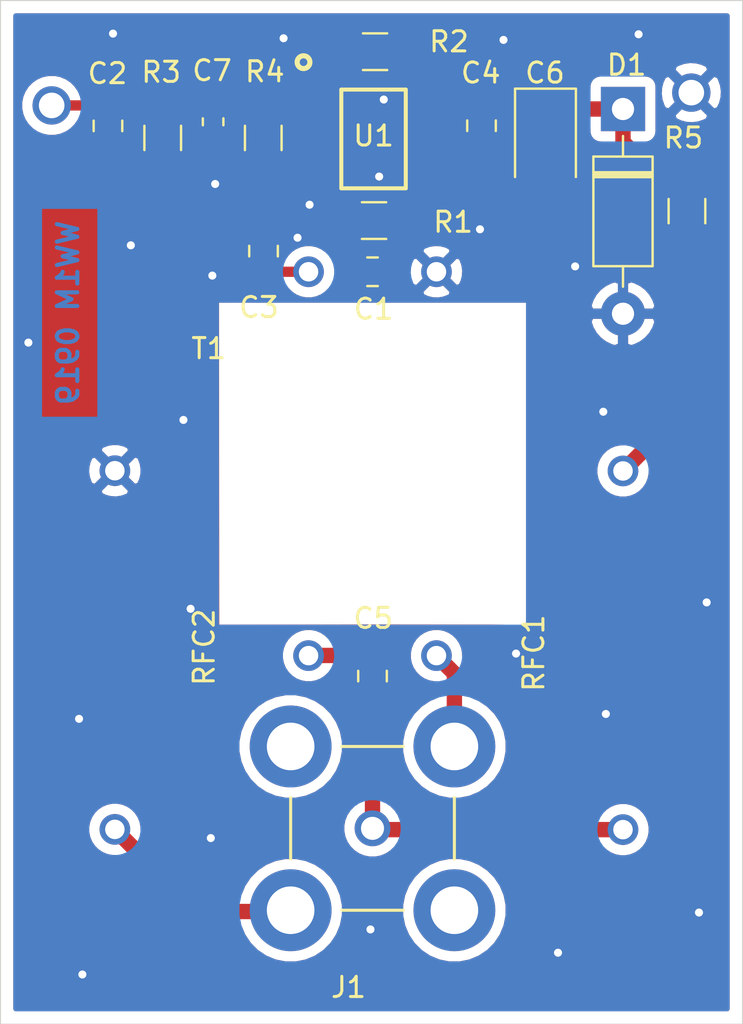
<source format=kicad_pcb>
(kicad_pcb (version 20171130) (host pcbnew "(6.0.0-rc1-dev-1027-g90233e5ec)")

  (general
    (thickness 1.6)
    (drawings 43)
    (tracks 73)
    (zones 0)
    (modules 20)
    (nets 13)
  )

  (page A4)
  (layers
    (0 F.Cu signal hide)
    (31 B.Cu signal)
    (32 B.Adhes user hide)
    (33 F.Adhes user hide)
    (34 B.Paste user hide)
    (35 F.Paste user hide)
    (36 B.SilkS user hide)
    (37 F.SilkS user hide)
    (38 B.Mask user hide)
    (39 F.Mask user hide)
    (40 Dwgs.User user hide)
    (41 Cmts.User user)
    (42 Eco1.User user)
    (43 Eco2.User user)
    (44 Edge.Cuts user)
    (45 Margin user)
    (46 B.CrtYd user hide)
    (47 F.CrtYd user hide)
    (48 B.Fab user hide)
    (49 F.Fab user hide)
  )

  (setup
    (last_trace_width 0.25)
    (user_trace_width 0.2032)
    (user_trace_width 0.3048)
    (user_trace_width 0.508)
    (user_trace_width 0.762)
    (trace_clearance 0.2)
    (zone_clearance 0.508)
    (zone_45_only no)
    (trace_min 0.2)
    (via_size 0.8)
    (via_drill 0.4)
    (via_min_size 0.4)
    (via_min_drill 0.3)
    (uvia_size 0.3)
    (uvia_drill 0.1)
    (uvias_allowed no)
    (uvia_min_size 0.2)
    (uvia_min_drill 0.1)
    (edge_width 0.05)
    (segment_width 0.1524)
    (pcb_text_width 0.3)
    (pcb_text_size 1.5 1.5)
    (mod_edge_width 0.12)
    (mod_text_size 1 1)
    (mod_text_width 0.15)
    (pad_size 4.064 4.064)
    (pad_drill 2.3622)
    (pad_to_mask_clearance 0.051)
    (solder_mask_min_width 0.25)
    (aux_axis_origin 0 0)
    (visible_elements 7FFCF37F)
    (pcbplotparams
      (layerselection 0x010fc_ffffffff)
      (usegerberextensions false)
      (usegerberattributes false)
      (usegerberadvancedattributes false)
      (creategerberjobfile false)
      (excludeedgelayer true)
      (linewidth 0.100000)
      (plotframeref false)
      (viasonmask false)
      (mode 1)
      (useauxorigin false)
      (hpglpennumber 1)
      (hpglpenspeed 20)
      (hpglpendiameter 15.000000)
      (psnegative false)
      (psa4output false)
      (plotreference true)
      (plotvalue true)
      (plotinvisibletext false)
      (padsonsilk false)
      (subtractmaskfromsilk false)
      (outputformat 1)
      (mirror false)
      (drillshape 1)
      (scaleselection 1)
      (outputdirectory ""))
  )

  (net 0 "")
  (net 1 "Net-(ANT1-Pad1)")
  (net 2 GND)
  (net 3 "Net-(C1-Pad2)")
  (net 4 "Net-(C2-Pad1)")
  (net 5 "Net-(C3-Pad1)")
  (net 6 "Net-(C3-Pad2)")
  (net 7 "Net-(C4-Pad1)")
  (net 8 "Net-(C5-Pad1)")
  (net 9 "Net-(C5-Pad2)")
  (net 10 "Net-(C7-Pad1)")
  (net 11 "Net-(J1-Pad2)")
  (net 12 "Net-(R5-Pad1)")

  (net_class Default "This is the default net class."
    (clearance 0.2)
    (trace_width 0.25)
    (via_dia 0.8)
    (via_drill 0.4)
    (uvia_dia 0.3)
    (uvia_drill 0.1)
    (add_net GND)
    (add_net "Net-(ANT1-Pad1)")
    (add_net "Net-(C1-Pad2)")
    (add_net "Net-(C2-Pad1)")
    (add_net "Net-(C3-Pad1)")
    (add_net "Net-(C3-Pad2)")
    (add_net "Net-(C4-Pad1)")
    (add_net "Net-(C5-Pad1)")
    (add_net "Net-(C5-Pad2)")
    (add_net "Net-(C7-Pad1)")
    (add_net "Net-(J1-Pad2)")
    (add_net "Net-(R5-Pad1)")
  )

  (module GTPCB:T1 (layer F.Cu) (tedit 5D6DD93A) (tstamp 5D797A26)
    (at 145.4658 99.187)
    (path /5D577F20)
    (fp_text reference T1 (at -8.128 -5.715) (layer F.SilkS)
      (effects (font (size 1 1) (thickness 0.15)))
    )
    (fp_text value RF_XFMR (at 0 -12.065) (layer F.Fab)
      (effects (font (size 1 1) (thickness 0.15)))
    )
    (fp_line (start -6.35 -6.985) (end 6.35 -6.985) (layer F.CrtYd) (width 0.1524))
    (fp_line (start 6.35 -6.985) (end 6.35 6.985) (layer F.CrtYd) (width 0.1524))
    (fp_line (start 6.35 6.985) (end -6.35 6.985) (layer F.CrtYd) (width 0.1524))
    (fp_line (start -6.35 6.985) (end -6.35 -6.985) (layer F.CrtYd) (width 0.1524))
    (pad 1 thru_hole circle (at -3.175 -9.525) (size 1.524 1.524) (drill 0.9652) (layers *.Cu *.Mask)
      (net 5 "Net-(C3-Pad1)"))
    (pad 2 thru_hole circle (at 3.175 -9.525) (size 1.524 1.524) (drill 0.9652) (layers *.Cu *.Mask)
      (net 2 GND))
    (pad 3 thru_hole circle (at 3.175 9.525) (size 1.524 1.524) (drill 0.9652) (layers *.Cu *.Mask)
      (net 11 "Net-(J1-Pad2)"))
    (pad 4 thru_hole circle (at -3.175 9.525) (size 1.524 1.524) (drill 0.9652) (layers *.Cu *.Mask)
      (net 9 "Net-(C5-Pad2)"))
  )

  (module Capacitor_SMD:C_0805_2012Metric_Pad1.15x1.40mm_HandSolder (layer F.Cu) (tedit 5B36C52B) (tstamp 5D6FC8AD)
    (at 140.0556 88.637 90)
    (descr "Capacitor SMD 0805 (2012 Metric), square (rectangular) end terminal, IPC_7351 nominal with elongated pad for handsoldering. (Body size source: https://docs.google.com/spreadsheets/d/1BsfQQcO9C6DZCsRaXUlFlo91Tg2WpOkGARC1WS5S8t0/edit?usp=sharing), generated with kicad-footprint-generator")
    (tags "capacitor handsolder")
    (path /5D20D082)
    (attr smd)
    (fp_text reference C3 (at -2.794 -0.2286 180) (layer F.SilkS)
      (effects (font (size 1 1) (thickness 0.15)))
    )
    (fp_text value 0.1µF (at 0 1.65 90) (layer F.Fab)
      (effects (font (size 1 1) (thickness 0.15)))
    )
    (fp_line (start -1 0.6) (end -1 -0.6) (layer F.Fab) (width 0.1))
    (fp_line (start -1 -0.6) (end 1 -0.6) (layer F.Fab) (width 0.1))
    (fp_line (start 1 -0.6) (end 1 0.6) (layer F.Fab) (width 0.1))
    (fp_line (start 1 0.6) (end -1 0.6) (layer F.Fab) (width 0.1))
    (fp_line (start -0.261252 -0.71) (end 0.261252 -0.71) (layer F.SilkS) (width 0.12))
    (fp_line (start -0.261252 0.71) (end 0.261252 0.71) (layer F.SilkS) (width 0.12))
    (fp_line (start -1.85 0.95) (end -1.85 -0.95) (layer F.CrtYd) (width 0.05))
    (fp_line (start -1.85 -0.95) (end 1.85 -0.95) (layer F.CrtYd) (width 0.05))
    (fp_line (start 1.85 -0.95) (end 1.85 0.95) (layer F.CrtYd) (width 0.05))
    (fp_line (start 1.85 0.95) (end -1.85 0.95) (layer F.CrtYd) (width 0.05))
    (fp_text user %R (at 0 0 90) (layer F.Fab)
      (effects (font (size 0.5 0.5) (thickness 0.08)))
    )
    (pad 1 smd roundrect (at -1.025 0 90) (size 1.15 1.4) (layers F.Cu F.Paste F.Mask) (roundrect_rratio 0.217391)
      (net 5 "Net-(C3-Pad1)"))
    (pad 2 smd roundrect (at 1.025 0 90) (size 1.15 1.4) (layers F.Cu F.Paste F.Mask) (roundrect_rratio 0.217391)
      (net 6 "Net-(C3-Pad2)"))
    (model ${KISYS3DMOD}/Capacitor_SMD.3dshapes/C_0805_2012Metric.wrl
      (at (xyz 0 0 0))
      (scale (xyz 1 1 1))
      (rotate (xyz 0 0 0))
    )
  )

  (module "GTPCB:Hole 50" (layer F.Cu) (tedit 5D6FC105) (tstamp 5D6FC87A)
    (at 129.54 81.407)
    (path /5D526E89)
    (fp_text reference ANT1 (at 4.064 -2.794) (layer F.SilkS) hide
      (effects (font (size 1 1) (thickness 0.15)))
    )
    (fp_text value TestPoint (at -3.81 -2.794) (layer F.Fab) hide
      (effects (font (size 1 1) (thickness 0.15)))
    )
    (pad 1 thru_hole circle (at 0 0) (size 1.905 1.905) (drill 1.27) (layers *.Cu *.Mask)
      (net 1 "Net-(ANT1-Pad1)"))
  )

  (module Capacitor_SMD:C_0805_2012Metric_Pad1.15x1.40mm_HandSolder (layer F.Cu) (tedit 5B36C52B) (tstamp 5D7711A1)
    (at 145.4658 89.662 180)
    (descr "Capacitor SMD 0805 (2012 Metric), square (rectangular) end terminal, IPC_7351 nominal with elongated pad for handsoldering. (Body size source: https://docs.google.com/spreadsheets/d/1BsfQQcO9C6DZCsRaXUlFlo91Tg2WpOkGARC1WS5S8t0/edit?usp=sharing), generated with kicad-footprint-generator")
    (tags "capacitor handsolder")
    (path /5D20DE60)
    (attr smd)
    (fp_text reference C1 (at -0.0508 -1.8542 180) (layer F.SilkS)
      (effects (font (size 1 1) (thickness 0.15)))
    )
    (fp_text value 0.1µF (at 0 1.65 180) (layer F.Fab)
      (effects (font (size 1 1) (thickness 0.15)))
    )
    (fp_line (start -1 0.6) (end -1 -0.6) (layer F.Fab) (width 0.1))
    (fp_line (start -1 -0.6) (end 1 -0.6) (layer F.Fab) (width 0.1))
    (fp_line (start 1 -0.6) (end 1 0.6) (layer F.Fab) (width 0.1))
    (fp_line (start 1 0.6) (end -1 0.6) (layer F.Fab) (width 0.1))
    (fp_line (start -0.261252 -0.71) (end 0.261252 -0.71) (layer F.SilkS) (width 0.12))
    (fp_line (start -0.261252 0.71) (end 0.261252 0.71) (layer F.SilkS) (width 0.12))
    (fp_line (start -1.85 0.95) (end -1.85 -0.95) (layer F.CrtYd) (width 0.05))
    (fp_line (start -1.85 -0.95) (end 1.85 -0.95) (layer F.CrtYd) (width 0.05))
    (fp_line (start 1.85 -0.95) (end 1.85 0.95) (layer F.CrtYd) (width 0.05))
    (fp_line (start 1.85 0.95) (end -1.85 0.95) (layer F.CrtYd) (width 0.05))
    (fp_text user %R (at 0 0 180) (layer F.Fab)
      (effects (font (size 0.5 0.5) (thickness 0.08)))
    )
    (pad 1 smd roundrect (at -1.025 0 180) (size 1.15 1.4) (layers F.Cu F.Paste F.Mask) (roundrect_rratio 0.217391)
      (net 2 GND))
    (pad 2 smd roundrect (at 1.025 0 180) (size 1.15 1.4) (layers F.Cu F.Paste F.Mask) (roundrect_rratio 0.217391)
      (net 3 "Net-(C1-Pad2)"))
    (model ${KISYS3DMOD}/Capacitor_SMD.3dshapes/C_0805_2012Metric.wrl
      (at (xyz 0 0 0))
      (scale (xyz 1 1 1))
      (rotate (xyz 0 0 0))
    )
  )

  (module Capacitor_SMD:C_0805_2012Metric_Pad1.15x1.40mm_HandSolder (layer F.Cu) (tedit 5B36C52B) (tstamp 5D72DA0B)
    (at 132.334 82.423 90)
    (descr "Capacitor SMD 0805 (2012 Metric), square (rectangular) end terminal, IPC_7351 nominal with elongated pad for handsoldering. (Body size source: https://docs.google.com/spreadsheets/d/1BsfQQcO9C6DZCsRaXUlFlo91Tg2WpOkGARC1WS5S8t0/edit?usp=sharing), generated with kicad-footprint-generator")
    (tags "capacitor handsolder")
    (path /5D20E1C3)
    (attr smd)
    (fp_text reference C2 (at 2.5998 -0.0254 180) (layer F.SilkS)
      (effects (font (size 1 1) (thickness 0.15)))
    )
    (fp_text value 0.1µF (at 0 1.65 90) (layer F.Fab)
      (effects (font (size 1 1) (thickness 0.15)))
    )
    (fp_text user %R (at 0 0 90) (layer F.Fab)
      (effects (font (size 0.5 0.5) (thickness 0.08)))
    )
    (fp_line (start 1.85 0.95) (end -1.85 0.95) (layer F.CrtYd) (width 0.05))
    (fp_line (start 1.85 -0.95) (end 1.85 0.95) (layer F.CrtYd) (width 0.05))
    (fp_line (start -1.85 -0.95) (end 1.85 -0.95) (layer F.CrtYd) (width 0.05))
    (fp_line (start -1.85 0.95) (end -1.85 -0.95) (layer F.CrtYd) (width 0.05))
    (fp_line (start -0.261252 0.71) (end 0.261252 0.71) (layer F.SilkS) (width 0.12))
    (fp_line (start -0.261252 -0.71) (end 0.261252 -0.71) (layer F.SilkS) (width 0.12))
    (fp_line (start 1 0.6) (end -1 0.6) (layer F.Fab) (width 0.1))
    (fp_line (start 1 -0.6) (end 1 0.6) (layer F.Fab) (width 0.1))
    (fp_line (start -1 -0.6) (end 1 -0.6) (layer F.Fab) (width 0.1))
    (fp_line (start -1 0.6) (end -1 -0.6) (layer F.Fab) (width 0.1))
    (pad 2 smd roundrect (at 1.025 0 90) (size 1.15 1.4) (layers F.Cu F.Paste F.Mask) (roundrect_rratio 0.217391)
      (net 1 "Net-(ANT1-Pad1)"))
    (pad 1 smd roundrect (at -1.025 0 90) (size 1.15 1.4) (layers F.Cu F.Paste F.Mask) (roundrect_rratio 0.217391)
      (net 4 "Net-(C2-Pad1)"))
    (model ${KISYS3DMOD}/Capacitor_SMD.3dshapes/C_0805_2012Metric.wrl
      (at (xyz 0 0 0))
      (scale (xyz 1 1 1))
      (rotate (xyz 0 0 0))
    )
  )

  (module Capacitor_SMD:C_0805_2012Metric_Pad1.15x1.40mm_HandSolder (layer F.Cu) (tedit 5B36C52B) (tstamp 5D708D9E)
    (at 150.876 82.414 270)
    (descr "Capacitor SMD 0805 (2012 Metric), square (rectangular) end terminal, IPC_7351 nominal with elongated pad for handsoldering. (Body size source: https://docs.google.com/spreadsheets/d/1BsfQQcO9C6DZCsRaXUlFlo91Tg2WpOkGARC1WS5S8t0/edit?usp=sharing), generated with kicad-footprint-generator")
    (tags "capacitor handsolder")
    (path /5D20DBC7)
    (attr smd)
    (fp_text reference C4 (at -2.6199 0.0381) (layer F.SilkS)
      (effects (font (size 1 1) (thickness 0.15)))
    )
    (fp_text value 0.1µF (at 0 1.65 270) (layer F.Fab)
      (effects (font (size 1 1) (thickness 0.15)))
    )
    (fp_text user %R (at 0 0 270) (layer F.Fab)
      (effects (font (size 0.5 0.5) (thickness 0.08)))
    )
    (fp_line (start 1.85 0.95) (end -1.85 0.95) (layer F.CrtYd) (width 0.05))
    (fp_line (start 1.85 -0.95) (end 1.85 0.95) (layer F.CrtYd) (width 0.05))
    (fp_line (start -1.85 -0.95) (end 1.85 -0.95) (layer F.CrtYd) (width 0.05))
    (fp_line (start -1.85 0.95) (end -1.85 -0.95) (layer F.CrtYd) (width 0.05))
    (fp_line (start -0.261252 0.71) (end 0.261252 0.71) (layer F.SilkS) (width 0.12))
    (fp_line (start -0.261252 -0.71) (end 0.261252 -0.71) (layer F.SilkS) (width 0.12))
    (fp_line (start 1 0.6) (end -1 0.6) (layer F.Fab) (width 0.1))
    (fp_line (start 1 -0.6) (end 1 0.6) (layer F.Fab) (width 0.1))
    (fp_line (start -1 -0.6) (end 1 -0.6) (layer F.Fab) (width 0.1))
    (fp_line (start -1 0.6) (end -1 -0.6) (layer F.Fab) (width 0.1))
    (pad 2 smd roundrect (at 1.025 0 270) (size 1.15 1.4) (layers F.Cu F.Paste F.Mask) (roundrect_rratio 0.217391)
      (net 2 GND))
    (pad 1 smd roundrect (at -1.025 0 270) (size 1.15 1.4) (layers F.Cu F.Paste F.Mask) (roundrect_rratio 0.217391)
      (net 7 "Net-(C4-Pad1)"))
    (model ${KISYS3DMOD}/Capacitor_SMD.3dshapes/C_0805_2012Metric.wrl
      (at (xyz 0 0 0))
      (scale (xyz 1 1 1))
      (rotate (xyz 0 0 0))
    )
  )

  (module Capacitor_SMD:C_0805_2012Metric_Pad1.15x1.40mm_HandSolder (layer F.Cu) (tedit 5B36C52B) (tstamp 5D6FC8CF)
    (at 145.4658 109.728 90)
    (descr "Capacitor SMD 0805 (2012 Metric), square (rectangular) end terminal, IPC_7351 nominal with elongated pad for handsoldering. (Body size source: https://docs.google.com/spreadsheets/d/1BsfQQcO9C6DZCsRaXUlFlo91Tg2WpOkGARC1WS5S8t0/edit?usp=sharing), generated with kicad-footprint-generator")
    (tags "capacitor handsolder")
    (path /5D504D17)
    (attr smd)
    (fp_text reference C5 (at 2.868 0.0346 180) (layer F.SilkS)
      (effects (font (size 1 1) (thickness 0.15)))
    )
    (fp_text value 0.1µF (at 0 1.65 90) (layer F.Fab)
      (effects (font (size 1 1) (thickness 0.15)))
    )
    (fp_line (start -1 0.6) (end -1 -0.6) (layer F.Fab) (width 0.1))
    (fp_line (start -1 -0.6) (end 1 -0.6) (layer F.Fab) (width 0.1))
    (fp_line (start 1 -0.6) (end 1 0.6) (layer F.Fab) (width 0.1))
    (fp_line (start 1 0.6) (end -1 0.6) (layer F.Fab) (width 0.1))
    (fp_line (start -0.261252 -0.71) (end 0.261252 -0.71) (layer F.SilkS) (width 0.12))
    (fp_line (start -0.261252 0.71) (end 0.261252 0.71) (layer F.SilkS) (width 0.12))
    (fp_line (start -1.85 0.95) (end -1.85 -0.95) (layer F.CrtYd) (width 0.05))
    (fp_line (start -1.85 -0.95) (end 1.85 -0.95) (layer F.CrtYd) (width 0.05))
    (fp_line (start 1.85 -0.95) (end 1.85 0.95) (layer F.CrtYd) (width 0.05))
    (fp_line (start 1.85 0.95) (end -1.85 0.95) (layer F.CrtYd) (width 0.05))
    (fp_text user %R (at 0 0 90) (layer F.Fab)
      (effects (font (size 0.5 0.5) (thickness 0.08)))
    )
    (pad 1 smd roundrect (at -1.025 0 90) (size 1.15 1.4) (layers F.Cu F.Paste F.Mask) (roundrect_rratio 0.217391)
      (net 8 "Net-(C5-Pad1)"))
    (pad 2 smd roundrect (at 1.025 0 90) (size 1.15 1.4) (layers F.Cu F.Paste F.Mask) (roundrect_rratio 0.217391)
      (net 9 "Net-(C5-Pad2)"))
    (model ${KISYS3DMOD}/Capacitor_SMD.3dshapes/C_0805_2012Metric.wrl
      (at (xyz 0 0 0))
      (scale (xyz 1 1 1))
      (rotate (xyz 0 0 0))
    )
  )

  (module Capacitor_Tantalum_SMD:CP_EIA-3528-21_Kemet-B_Pad1.50x2.35mm_HandSolder (layer F.Cu) (tedit 5D708182) (tstamp 5D6FC8E2)
    (at 154.051 83.2104 270)
    (descr "Tantalum Capacitor SMD Kemet-B (3528-21 Metric), IPC_7351 nominal, (Body size from: http://www.kemet.com/Lists/ProductCatalog/Attachments/253/KEM_TC101_STD.pdf), generated with kicad-footprint-generator")
    (tags "capacitor tantalum")
    (path /5D20E789)
    (attr smd)
    (fp_text reference C6 (at -3.4163 0.0254) (layer F.SilkS)
      (effects (font (size 1 1) (thickness 0.15)))
    )
    (fp_text value 10µF (at 0 2.35 270) (layer F.Fab)
      (effects (font (size 1 1) (thickness 0.15)))
    )
    (fp_line (start 1.75 -1.4) (end -1.05 -1.4) (layer F.Fab) (width 0.1))
    (fp_line (start -1.05 -1.4) (end -1.75 -0.7) (layer F.Fab) (width 0.1))
    (fp_line (start -1.75 -0.7) (end -1.75 1.4) (layer F.Fab) (width 0.1))
    (fp_line (start -1.75 1.4) (end 1.75 1.4) (layer F.Fab) (width 0.1))
    (fp_line (start 1.75 1.4) (end 1.75 -1.4) (layer F.Fab) (width 0.1))
    (fp_line (start 1.75 -1.51) (end -2.635 -1.51) (layer F.SilkS) (width 0.12))
    (fp_line (start -2.635 -1.51) (end -2.635 1.51) (layer F.SilkS) (width 0.12))
    (fp_line (start -2.635 1.51) (end 1.75 1.51) (layer F.SilkS) (width 0.12))
    (fp_line (start -2.62 1.65) (end -2.62 -1.65) (layer F.CrtYd) (width 0.05))
    (fp_line (start -2.62 -1.65) (end 2.62 -1.65) (layer F.CrtYd) (width 0.05))
    (fp_line (start 2.62 -1.65) (end 2.62 1.65) (layer F.CrtYd) (width 0.05))
    (fp_line (start 2.62 1.65) (end -2.62 1.65) (layer F.CrtYd) (width 0.05))
    (fp_text user %R (at 0 0 270) (layer F.Fab)
      (effects (font (size 0.88 0.88) (thickness 0.13)))
    )
    (pad 1 smd roundrect (at -1.625 0 270) (size 1.5 2.35) (layers F.Cu F.Paste F.Mask) (roundrect_rratio 0.5)
      (net 7 "Net-(C4-Pad1)"))
    (pad 2 smd roundrect (at 1.625 0 270) (size 1.5 2.35) (layers F.Cu F.Paste F.Mask) (roundrect_rratio 0.166667)
      (net 2 GND))
    (model ${KISYS3DMOD}/Capacitor_Tantalum_SMD.3dshapes/CP_EIA-3528-21_Kemet-B.wrl
      (at (xyz 0 0 0))
      (scale (xyz 1 1 1))
      (rotate (xyz 0 0 0))
    )
  )

  (module Capacitor_SMD:C_0603_1608Metric_Pad1.05x0.95mm_HandSolder (layer F.Cu) (tedit 5B301BBE) (tstamp 5D6FC8F3)
    (at 137.5537 82.2185 270)
    (descr "Capacitor SMD 0603 (1608 Metric), square (rectangular) end terminal, IPC_7351 nominal with elongated pad for handsoldering. (Body size source: http://www.tortai-tech.com/upload/download/2011102023233369053.pdf), generated with kicad-footprint-generator")
    (tags "capacitor handsolder")
    (path /5D20D7B9)
    (attr smd)
    (fp_text reference C7 (at -2.54 0.0508) (layer F.SilkS)
      (effects (font (size 1 1) (thickness 0.15)))
    )
    (fp_text value 12pF (at 0 1.43 270) (layer F.Fab)
      (effects (font (size 1 1) (thickness 0.15)))
    )
    (fp_line (start -0.8 0.4) (end -0.8 -0.4) (layer F.Fab) (width 0.1))
    (fp_line (start -0.8 -0.4) (end 0.8 -0.4) (layer F.Fab) (width 0.1))
    (fp_line (start 0.8 -0.4) (end 0.8 0.4) (layer F.Fab) (width 0.1))
    (fp_line (start 0.8 0.4) (end -0.8 0.4) (layer F.Fab) (width 0.1))
    (fp_line (start -0.171267 -0.51) (end 0.171267 -0.51) (layer F.SilkS) (width 0.12))
    (fp_line (start -0.171267 0.51) (end 0.171267 0.51) (layer F.SilkS) (width 0.12))
    (fp_line (start -1.65 0.73) (end -1.65 -0.73) (layer F.CrtYd) (width 0.05))
    (fp_line (start -1.65 -0.73) (end 1.65 -0.73) (layer F.CrtYd) (width 0.05))
    (fp_line (start 1.65 -0.73) (end 1.65 0.73) (layer F.CrtYd) (width 0.05))
    (fp_line (start 1.65 0.73) (end -1.65 0.73) (layer F.CrtYd) (width 0.05))
    (fp_text user %R (at 0 0 270) (layer F.Fab)
      (effects (font (size 0.4 0.4) (thickness 0.06)))
    )
    (pad 1 smd roundrect (at -0.875 0 270) (size 1.05 0.95) (layers F.Cu F.Paste F.Mask) (roundrect_rratio 0.25)
      (net 10 "Net-(C7-Pad1)"))
    (pad 2 smd roundrect (at 0.875 0 270) (size 1.05 0.95) (layers F.Cu F.Paste F.Mask) (roundrect_rratio 0.25)
      (net 4 "Net-(C2-Pad1)"))
    (model ${KISYS3DMOD}/Capacitor_SMD.3dshapes/C_0603_1608Metric.wrl
      (at (xyz 0 0 0))
      (scale (xyz 1 1 1))
      (rotate (xyz 0 0 0))
    )
  )

  (module Diode_THT:D_DO-41_SOD81_P10.16mm_Horizontal (layer F.Cu) (tedit 5AE50CD5) (tstamp 5D77AA5D)
    (at 157.8991 81.5848 270)
    (descr "Diode, DO-41_SOD81 series, Axial, Horizontal, pin pitch=10.16mm, , length*diameter=5.2*2.7mm^2, , http://www.diodes.com/_files/packages/DO-41%20(Plastic).pdf")
    (tags "Diode DO-41_SOD81 series Axial Horizontal pin pitch 10.16mm  length 5.2mm diameter 2.7mm")
    (path /5D46EC49)
    (fp_text reference D1 (at -2.1844 -0.1778) (layer F.SilkS)
      (effects (font (size 1 1) (thickness 0.15)))
    )
    (fp_text value 1N4742A (at 5.08 2.47 270) (layer F.Fab)
      (effects (font (size 1 1) (thickness 0.15)))
    )
    (fp_line (start 2.48 -1.35) (end 2.48 1.35) (layer F.Fab) (width 0.1))
    (fp_line (start 2.48 1.35) (end 7.68 1.35) (layer F.Fab) (width 0.1))
    (fp_line (start 7.68 1.35) (end 7.68 -1.35) (layer F.Fab) (width 0.1))
    (fp_line (start 7.68 -1.35) (end 2.48 -1.35) (layer F.Fab) (width 0.1))
    (fp_line (start 0 0) (end 2.48 0) (layer F.Fab) (width 0.1))
    (fp_line (start 10.16 0) (end 7.68 0) (layer F.Fab) (width 0.1))
    (fp_line (start 3.26 -1.35) (end 3.26 1.35) (layer F.Fab) (width 0.1))
    (fp_line (start 3.36 -1.35) (end 3.36 1.35) (layer F.Fab) (width 0.1))
    (fp_line (start 3.16 -1.35) (end 3.16 1.35) (layer F.Fab) (width 0.1))
    (fp_line (start 2.36 -1.47) (end 2.36 1.47) (layer F.SilkS) (width 0.12))
    (fp_line (start 2.36 1.47) (end 7.8 1.47) (layer F.SilkS) (width 0.12))
    (fp_line (start 7.8 1.47) (end 7.8 -1.47) (layer F.SilkS) (width 0.12))
    (fp_line (start 7.8 -1.47) (end 2.36 -1.47) (layer F.SilkS) (width 0.12))
    (fp_line (start 1.34 0) (end 2.36 0) (layer F.SilkS) (width 0.12))
    (fp_line (start 8.82 0) (end 7.8 0) (layer F.SilkS) (width 0.12))
    (fp_line (start 3.26 -1.47) (end 3.26 1.47) (layer F.SilkS) (width 0.12))
    (fp_line (start 3.38 -1.47) (end 3.38 1.47) (layer F.SilkS) (width 0.12))
    (fp_line (start 3.14 -1.47) (end 3.14 1.47) (layer F.SilkS) (width 0.12))
    (fp_line (start -1.35 -1.6) (end -1.35 1.6) (layer F.CrtYd) (width 0.05))
    (fp_line (start -1.35 1.6) (end 11.51 1.6) (layer F.CrtYd) (width 0.05))
    (fp_line (start 11.51 1.6) (end 11.51 -1.6) (layer F.CrtYd) (width 0.05))
    (fp_line (start 11.51 -1.6) (end -1.35 -1.6) (layer F.CrtYd) (width 0.05))
    (fp_text user %R (at 5.47 0 270) (layer F.Fab)
      (effects (font (size 1 1) (thickness 0.15)))
    )
    (fp_text user K (at 0 -2.1 270) (layer F.Fab)
      (effects (font (size 1 1) (thickness 0.15)))
    )
    (fp_text user K (at 0 -2.1 270) (layer F.SilkS) hide
      (effects (font (size 1 1) (thickness 0.15)))
    )
    (pad 1 thru_hole rect (at 0 0 270) (size 2.2 2.2) (drill 1.1) (layers *.Cu *.Mask)
      (net 7 "Net-(C4-Pad1)"))
    (pad 2 thru_hole oval (at 10.16 0 270) (size 2.2 2.2) (drill 1.1) (layers *.Cu *.Mask)
      (net 2 GND))
    (model ${KISYS3DMOD}/Diode_THT.3dshapes/D_DO-41_SOD81_P10.16mm_Horizontal.wrl
      (at (xyz 0 0 0))
      (scale (xyz 1 1 1))
      (rotate (xyz 0 0 0))
    )
  )

  (module "GTPCB:Hole 50" (layer F.Cu) (tedit 5D6FC105) (tstamp 5D7666AC)
    (at 161.29 80.772)
    (path /5D528384)
    (fp_text reference GND1 (at -0.254 -2.286) (layer F.SilkS) hide
      (effects (font (size 1 1) (thickness 0.15)))
    )
    (fp_text value TestPoint (at -3.81 -2.794) (layer F.Fab) hide
      (effects (font (size 1 1) (thickness 0.15)))
    )
    (pad 1 thru_hole circle (at 0 0) (size 1.905 1.905) (drill 1.27) (layers *.Cu *.Mask)
      (net 2 GND))
  )

  (module "GTPCB:RA F" (layer F.Cu) (tedit 5D72681D) (tstamp 5D6FC924)
    (at 145.4658 117.2845)
    (path /5D58EA10)
    (fp_text reference J1 (at -1.19 7.89) (layer F.SilkS)
      (effects (font (size 1 1) (thickness 0.15)))
    )
    (fp_text value SMA (at -0.254 -9.144) (layer F.Fab) hide
      (effects (font (size 1 1) (thickness 0.15)))
    )
    (fp_line (start -4.064 -1.524) (end -4.064 1.524) (layer F.SilkS) (width 0.1524))
    (fp_line (start -1.524 -4.064) (end 1.524 -4.064) (layer F.SilkS) (width 0.1524))
    (fp_line (start 4.064 -1.524) (end 4.064 1.524) (layer F.SilkS) (width 0.1524))
    (fp_line (start -1.524 4.064) (end 1.524 4.064) (layer F.SilkS) (width 0.1524))
    (pad 1 thru_hole circle (at 0 0) (size 1.778 1.778) (drill 1.143) (layers *.Cu *.Mask)
      (net 8 "Net-(C5-Pad1)"))
    (pad 2 thru_hole circle (at -4.064 4.064) (size 4.064 4.064) (drill 2.3622) (layers *.Cu *.Mask)
      (net 11 "Net-(J1-Pad2)"))
    (pad 3 thru_hole circle (at 4.064 4.064) (size 4.064 4.064) (drill 2.3622) (layers *.Cu *.Mask)
      (net 11 "Net-(J1-Pad2)"))
    (pad 4 thru_hole circle (at 4.064 -4.064) (size 4.064 4.064) (drill 2.3622) (layers *.Cu *.Mask)
      (net 11 "Net-(J1-Pad2)"))
    (pad 5 thru_hole circle (at -4.064 -4.064) (size 4.064 4.064) (drill 2.3622) (layers *.Cu *.Mask)
      (net 11 "Net-(J1-Pad2)"))
  )

  (module Resistor_SMD:R_1206_3216Metric_Pad1.42x1.75mm_HandSolder (layer F.Cu) (tedit 5B301BBD) (tstamp 5D6FCF93)
    (at 145.542 87.122)
    (descr "Resistor SMD 1206 (3216 Metric), square (rectangular) end terminal, IPC_7351 nominal with elongated pad for handsoldering. (Body size source: http://www.tortai-tech.com/upload/download/2011102023233369053.pdf), generated with kicad-footprint-generator")
    (tags "resistor handsolder")
    (path /5D20B651)
    (attr smd)
    (fp_text reference R1 (at 3.9227 0.0762) (layer F.SilkS)
      (effects (font (size 1 1) (thickness 0.15)))
    )
    (fp_text value 100K (at 0 1.82) (layer F.Fab)
      (effects (font (size 1 1) (thickness 0.15)))
    )
    (fp_line (start -1.6 0.8) (end -1.6 -0.8) (layer F.Fab) (width 0.1))
    (fp_line (start -1.6 -0.8) (end 1.6 -0.8) (layer F.Fab) (width 0.1))
    (fp_line (start 1.6 -0.8) (end 1.6 0.8) (layer F.Fab) (width 0.1))
    (fp_line (start 1.6 0.8) (end -1.6 0.8) (layer F.Fab) (width 0.1))
    (fp_line (start -0.602064 -0.91) (end 0.602064 -0.91) (layer F.SilkS) (width 0.12))
    (fp_line (start -0.602064 0.91) (end 0.602064 0.91) (layer F.SilkS) (width 0.12))
    (fp_line (start -2.45 1.12) (end -2.45 -1.12) (layer F.CrtYd) (width 0.05))
    (fp_line (start -2.45 -1.12) (end 2.45 -1.12) (layer F.CrtYd) (width 0.05))
    (fp_line (start 2.45 -1.12) (end 2.45 1.12) (layer F.CrtYd) (width 0.05))
    (fp_line (start 2.45 1.12) (end -2.45 1.12) (layer F.CrtYd) (width 0.05))
    (fp_text user %R (at 0 0) (layer F.Fab)
      (effects (font (size 0.8 0.8) (thickness 0.12)))
    )
    (pad 1 smd roundrect (at -1.4875 0) (size 1.425 1.75) (layers F.Cu F.Paste F.Mask) (roundrect_rratio 0.175439)
      (net 3 "Net-(C1-Pad2)"))
    (pad 2 smd roundrect (at 1.4875 0) (size 1.425 1.75) (layers F.Cu F.Paste F.Mask) (roundrect_rratio 0.175439)
      (net 2 GND))
    (model ${KISYS3DMOD}/Resistor_SMD.3dshapes/R_1206_3216Metric.wrl
      (at (xyz 0 0 0))
      (scale (xyz 1 1 1))
      (rotate (xyz 0 0 0))
    )
  )

  (module Resistor_SMD:R_1206_3216Metric_Pad1.42x1.75mm_HandSolder (layer F.Cu) (tedit 5B301BBD) (tstamp 5D72DD7C)
    (at 145.5928 78.74 180)
    (descr "Resistor SMD 1206 (3216 Metric), square (rectangular) end terminal, IPC_7351 nominal with elongated pad for handsoldering. (Body size source: http://www.tortai-tech.com/upload/download/2011102023233369053.pdf), generated with kicad-footprint-generator")
    (tags "resistor handsolder")
    (path /5D20BFEF)
    (attr smd)
    (fp_text reference R2 (at -3.6703 0.4953 180) (layer F.SilkS)
      (effects (font (size 1 1) (thickness 0.15)))
    )
    (fp_text value 100K (at 0 1.82 180) (layer F.Fab)
      (effects (font (size 1 1) (thickness 0.15)))
    )
    (fp_line (start -1.6 0.8) (end -1.6 -0.8) (layer F.Fab) (width 0.1))
    (fp_line (start -1.6 -0.8) (end 1.6 -0.8) (layer F.Fab) (width 0.1))
    (fp_line (start 1.6 -0.8) (end 1.6 0.8) (layer F.Fab) (width 0.1))
    (fp_line (start 1.6 0.8) (end -1.6 0.8) (layer F.Fab) (width 0.1))
    (fp_line (start -0.602064 -0.91) (end 0.602064 -0.91) (layer F.SilkS) (width 0.12))
    (fp_line (start -0.602064 0.91) (end 0.602064 0.91) (layer F.SilkS) (width 0.12))
    (fp_line (start -2.45 1.12) (end -2.45 -1.12) (layer F.CrtYd) (width 0.05))
    (fp_line (start -2.45 -1.12) (end 2.45 -1.12) (layer F.CrtYd) (width 0.05))
    (fp_line (start 2.45 -1.12) (end 2.45 1.12) (layer F.CrtYd) (width 0.05))
    (fp_line (start 2.45 1.12) (end -2.45 1.12) (layer F.CrtYd) (width 0.05))
    (fp_text user %R (at 0 0 180) (layer F.Fab)
      (effects (font (size 0.8 0.8) (thickness 0.12)))
    )
    (pad 1 smd roundrect (at -1.4875 0 180) (size 1.425 1.75) (layers F.Cu F.Paste F.Mask) (roundrect_rratio 0.175439)
      (net 7 "Net-(C4-Pad1)"))
    (pad 2 smd roundrect (at 1.4875 0 180) (size 1.425 1.75) (layers F.Cu F.Paste F.Mask) (roundrect_rratio 0.175439)
      (net 3 "Net-(C1-Pad2)"))
    (model ${KISYS3DMOD}/Resistor_SMD.3dshapes/R_1206_3216Metric.wrl
      (at (xyz 0 0 0))
      (scale (xyz 1 1 1))
      (rotate (xyz 0 0 0))
    )
  )

  (module Resistor_SMD:R_1206_3216Metric_Pad1.42x1.75mm_HandSolder (layer F.Cu) (tedit 5B301BBD) (tstamp 5D72C852)
    (at 135.0518 83.0199 270)
    (descr "Resistor SMD 1206 (3216 Metric), square (rectangular) end terminal, IPC_7351 nominal with elongated pad for handsoldering. (Body size source: http://www.tortai-tech.com/upload/download/2011102023233369053.pdf), generated with kicad-footprint-generator")
    (tags "resistor handsolder")
    (path /5D20C2ED)
    (attr smd)
    (fp_text reference R3 (at -3.2623 0.0762) (layer F.SilkS)
      (effects (font (size 1 1) (thickness 0.15)))
    )
    (fp_text value 330K (at 0 1.82 270) (layer F.Fab)
      (effects (font (size 1 1) (thickness 0.15)))
    )
    (fp_text user %R (at 0 0 270) (layer F.Fab)
      (effects (font (size 0.8 0.8) (thickness 0.12)))
    )
    (fp_line (start 2.45 1.12) (end -2.45 1.12) (layer F.CrtYd) (width 0.05))
    (fp_line (start 2.45 -1.12) (end 2.45 1.12) (layer F.CrtYd) (width 0.05))
    (fp_line (start -2.45 -1.12) (end 2.45 -1.12) (layer F.CrtYd) (width 0.05))
    (fp_line (start -2.45 1.12) (end -2.45 -1.12) (layer F.CrtYd) (width 0.05))
    (fp_line (start -0.602064 0.91) (end 0.602064 0.91) (layer F.SilkS) (width 0.12))
    (fp_line (start -0.602064 -0.91) (end 0.602064 -0.91) (layer F.SilkS) (width 0.12))
    (fp_line (start 1.6 0.8) (end -1.6 0.8) (layer F.Fab) (width 0.1))
    (fp_line (start 1.6 -0.8) (end 1.6 0.8) (layer F.Fab) (width 0.1))
    (fp_line (start -1.6 -0.8) (end 1.6 -0.8) (layer F.Fab) (width 0.1))
    (fp_line (start -1.6 0.8) (end -1.6 -0.8) (layer F.Fab) (width 0.1))
    (pad 2 smd roundrect (at 1.4875 0 270) (size 1.425 1.75) (layers F.Cu F.Paste F.Mask) (roundrect_rratio 0.175439)
      (net 4 "Net-(C2-Pad1)"))
    (pad 1 smd roundrect (at -1.4875 0 270) (size 1.425 1.75) (layers F.Cu F.Paste F.Mask) (roundrect_rratio 0.175439)
      (net 10 "Net-(C7-Pad1)"))
    (model ${KISYS3DMOD}/Resistor_SMD.3dshapes/R_1206_3216Metric.wrl
      (at (xyz 0 0 0))
      (scale (xyz 1 1 1))
      (rotate (xyz 0 0 0))
    )
  )

  (module Resistor_SMD:R_1206_3216Metric_Pad1.42x1.75mm_HandSolder locked (layer F.Cu) (tedit 5B301BBD) (tstamp 5D72CA87)
    (at 140.0429 83.0215 90)
    (descr "Resistor SMD 1206 (3216 Metric), square (rectangular) end terminal, IPC_7351 nominal with elongated pad for handsoldering. (Body size source: http://www.tortai-tech.com/upload/download/2011102023233369053.pdf), generated with kicad-footprint-generator")
    (tags "resistor handsolder")
    (path /5D20C49B)
    (attr smd)
    (fp_text reference R4 (at 3.2877 0.0762 180) (layer F.SilkS)
      (effects (font (size 1 1) (thickness 0.15)))
    )
    (fp_text value 75 (at 0 1.82 90) (layer F.Fab)
      (effects (font (size 1 1) (thickness 0.15)))
    )
    (fp_line (start -1.6 0.8) (end -1.6 -0.8) (layer F.Fab) (width 0.1))
    (fp_line (start -1.6 -0.8) (end 1.6 -0.8) (layer F.Fab) (width 0.1))
    (fp_line (start 1.6 -0.8) (end 1.6 0.8) (layer F.Fab) (width 0.1))
    (fp_line (start 1.6 0.8) (end -1.6 0.8) (layer F.Fab) (width 0.1))
    (fp_line (start -0.602064 -0.91) (end 0.602064 -0.91) (layer F.SilkS) (width 0.12))
    (fp_line (start -0.602064 0.91) (end 0.602064 0.91) (layer F.SilkS) (width 0.12))
    (fp_line (start -2.45 1.12) (end -2.45 -1.12) (layer F.CrtYd) (width 0.05))
    (fp_line (start -2.45 -1.12) (end 2.45 -1.12) (layer F.CrtYd) (width 0.05))
    (fp_line (start 2.45 -1.12) (end 2.45 1.12) (layer F.CrtYd) (width 0.05))
    (fp_line (start 2.45 1.12) (end -2.45 1.12) (layer F.CrtYd) (width 0.05))
    (fp_text user %R (at 0 0 90) (layer F.Fab)
      (effects (font (size 0.8 0.8) (thickness 0.12)))
    )
    (pad 1 smd roundrect (at -1.4875 0 90) (size 1.425 1.75) (layers F.Cu F.Paste F.Mask) (roundrect_rratio 0.175439)
      (net 6 "Net-(C3-Pad2)"))
    (pad 2 smd roundrect (at 1.4875 0 90) (size 1.425 1.75) (layers F.Cu F.Paste F.Mask) (roundrect_rratio 0.175439)
      (net 10 "Net-(C7-Pad1)"))
    (model ${KISYS3DMOD}/Resistor_SMD.3dshapes/R_1206_3216Metric.wrl
      (at (xyz 0 0 0))
      (scale (xyz 1 1 1))
      (rotate (xyz 0 0 0))
    )
  )

  (module Resistor_SMD:R_1206_3216Metric_Pad1.42x1.75mm_HandSolder (layer F.Cu) (tedit 5B301BBD) (tstamp 5D76667F)
    (at 161.0741 86.6521 90)
    (descr "Resistor SMD 1206 (3216 Metric), square (rectangular) end terminal, IPC_7351 nominal with elongated pad for handsoldering. (Body size source: http://www.tortai-tech.com/upload/download/2011102023233369053.pdf), generated with kicad-footprint-generator")
    (tags "resistor handsolder")
    (path /5D20C5DF)
    (attr smd)
    (fp_text reference R5 (at 3.6322 -0.1778 180) (layer F.SilkS)
      (effects (font (size 1 1) (thickness 0.15)))
    )
    (fp_text value 82 (at 0 1.82 90) (layer F.Fab)
      (effects (font (size 1 1) (thickness 0.15)))
    )
    (fp_text user %R (at 0 0 90) (layer F.Fab)
      (effects (font (size 0.8 0.8) (thickness 0.12)))
    )
    (fp_line (start 2.45 1.12) (end -2.45 1.12) (layer F.CrtYd) (width 0.05))
    (fp_line (start 2.45 -1.12) (end 2.45 1.12) (layer F.CrtYd) (width 0.05))
    (fp_line (start -2.45 -1.12) (end 2.45 -1.12) (layer F.CrtYd) (width 0.05))
    (fp_line (start -2.45 1.12) (end -2.45 -1.12) (layer F.CrtYd) (width 0.05))
    (fp_line (start -0.602064 0.91) (end 0.602064 0.91) (layer F.SilkS) (width 0.12))
    (fp_line (start -0.602064 -0.91) (end 0.602064 -0.91) (layer F.SilkS) (width 0.12))
    (fp_line (start 1.6 0.8) (end -1.6 0.8) (layer F.Fab) (width 0.1))
    (fp_line (start 1.6 -0.8) (end 1.6 0.8) (layer F.Fab) (width 0.1))
    (fp_line (start -1.6 -0.8) (end 1.6 -0.8) (layer F.Fab) (width 0.1))
    (fp_line (start -1.6 0.8) (end -1.6 -0.8) (layer F.Fab) (width 0.1))
    (pad 2 smd roundrect (at 1.4875 0 90) (size 1.425 1.75) (layers F.Cu F.Paste F.Mask) (roundrect_rratio 0.175439)
      (net 7 "Net-(C4-Pad1)"))
    (pad 1 smd roundrect (at -1.4875 0 90) (size 1.425 1.75) (layers F.Cu F.Paste F.Mask) (roundrect_rratio 0.175439)
      (net 12 "Net-(R5-Pad1)"))
    (model ${KISYS3DMOD}/Resistor_SMD.3dshapes/R_1206_3216Metric.wrl
      (at (xyz 0 0 0))
      (scale (xyz 1 1 1))
      (rotate (xyz 0 0 0))
    )
  )

  (module GTPCB:RFC (layer F.Cu) (tedit 5D6DE567) (tstamp 5D78279F)
    (at 157.8991 108.458 270)
    (path /5D581485)
    (fp_text reference RFC1 (at 0.13 4.43 270) (layer F.SilkS)
      (effects (font (size 1 1) (thickness 0.15)))
    )
    (fp_text value 330µH (at 0.06 -4.17 270) (layer F.Fab)
      (effects (font (size 1 1) (thickness 0.15)))
    )
    (fp_line (start -6 2.6) (end -6 -2.6) (layer F.CrtYd) (width 0.1524))
    (fp_line (start 6 2.6) (end -6 2.6) (layer F.CrtYd) (width 0.1524))
    (fp_line (start 6 -2.6) (end 6 2.59) (layer F.CrtYd) (width 0.1524))
    (fp_line (start -5.99 -2.6) (end 6 -2.6) (layer F.CrtYd) (width 0.1524))
    (pad 2 thru_hole circle (at 8.89 0 270) (size 1.524 1.524) (drill 0.9652) (layers *.Cu *.Mask)
      (net 8 "Net-(C5-Pad1)"))
    (pad 1 thru_hole circle (at -8.91 0 270) (size 1.524 1.524) (drill 0.9652) (layers *.Cu *.Mask)
      (net 12 "Net-(R5-Pad1)"))
  )

  (module GTPCB:RFC (layer F.Cu) (tedit 5D6DE567) (tstamp 5D72E1EF)
    (at 132.6769 108.4253 90)
    (path /5D583225)
    (fp_text reference RFC2 (at 0.13 4.43 90) (layer F.SilkS)
      (effects (font (size 1 1) (thickness 0.15)))
    )
    (fp_text value 330µH (at 0.06 -4.17 90) (layer F.Fab)
      (effects (font (size 1 1) (thickness 0.15)))
    )
    (fp_line (start -5.99 -2.6) (end 6 -2.6) (layer F.CrtYd) (width 0.1524))
    (fp_line (start 6 -2.6) (end 6 2.59) (layer F.CrtYd) (width 0.1524))
    (fp_line (start 6 2.6) (end -6 2.6) (layer F.CrtYd) (width 0.1524))
    (fp_line (start -6 2.6) (end -6 -2.6) (layer F.CrtYd) (width 0.1524))
    (pad 1 thru_hole circle (at -8.91 0 90) (size 1.524 1.524) (drill 0.9652) (layers *.Cu *.Mask)
      (net 11 "Net-(J1-Pad2)"))
    (pad 2 thru_hole circle (at 8.89 0 90) (size 1.524 1.524) (drill 0.9652) (layers *.Cu *.Mask)
      (net 2 GND))
  )

  (module GTPCB:SOIC127P600X175-8N (layer F.Cu) (tedit 5CD19BD1) (tstamp 5D6FC9B3)
    (at 145.5166 83.0707)
    (descr "D (R-PDSO-G8)")
    (tags "Integrated Circuit")
    (path /5D576658)
    (attr smd)
    (fp_text reference U1 (at 0 -0.1524) (layer F.SilkS)
      (effects (font (size 1.000018 1.000018) (thickness 0.149987)))
    )
    (fp_text value LMH6622 (at 0 0) (layer F.SilkS) hide
      (effects (font (size 1.27 1.27) (thickness 0.254)))
    )
    (fp_line (start -3.725 -2.75) (end 3.725 -2.75) (layer Dwgs.User) (width 0.05))
    (fp_line (start 3.725 -2.75) (end 3.725 2.75) (layer Dwgs.User) (width 0.05))
    (fp_line (start 3.725 2.75) (end -3.725 2.75) (layer Dwgs.User) (width 0.05))
    (fp_line (start -3.725 2.75) (end -3.725 -2.75) (layer Dwgs.User) (width 0.05))
    (fp_line (start -1.95 -2.45) (end 1.95 -2.45) (layer F.CrtYd) (width 0.1))
    (fp_line (start 1.95 -2.45) (end 1.95 2.45) (layer F.CrtYd) (width 0.1))
    (fp_line (start 1.95 2.45) (end -1.95 2.45) (layer F.CrtYd) (width 0.1))
    (fp_line (start -1.95 2.45) (end -1.95 -2.45) (layer F.CrtYd) (width 0.1))
    (fp_line (start -1.95 -1.18) (end -0.68 -2.45) (layer F.CrtYd) (width 0.1))
    (fp_line (start -1.6 -2.45) (end 1.6 -2.45) (layer F.SilkS) (width 0.2))
    (fp_line (start 1.6 -2.45) (end 1.6 2.45) (layer F.SilkS) (width 0.2))
    (fp_line (start 1.6 2.45) (end -1.6 2.45) (layer F.SilkS) (width 0.2))
    (fp_line (start -1.6 2.45) (end -1.6 -2.45) (layer F.SilkS) (width 0.2))
    (fp_circle (center -3.475 -3.81) (end -3.158 -3.81) (layer F.SilkS) (width 0.254))
    (pad 1 smd rect (at -2.712 -1.905 90) (size 0.65 1.525) (layers F.Cu F.Paste F.Mask)
      (net 10 "Net-(C7-Pad1)"))
    (pad 2 smd rect (at -2.712 -0.635 90) (size 0.65 1.525) (layers F.Cu F.Paste F.Mask)
      (net 4 "Net-(C2-Pad1)"))
    (pad 3 smd rect (at -2.712 0.635 90) (size 0.65 1.525) (layers F.Cu F.Paste F.Mask)
      (net 3 "Net-(C1-Pad2)"))
    (pad 4 smd rect (at -2.712 1.905 90) (size 0.65 1.525) (layers F.Cu F.Paste F.Mask)
      (net 2 GND))
    (pad 5 smd rect (at 2.712 1.905 90) (size 0.65 1.525) (layers F.Cu F.Paste F.Mask))
    (pad 6 smd rect (at 2.712 0.635 90) (size 0.65 1.525) (layers F.Cu F.Paste F.Mask))
    (pad 7 smd rect (at 2.712 -0.635 90) (size 0.65 1.525) (layers F.Cu F.Paste F.Mask))
    (pad 8 smd rect (at 2.712 -1.905 90) (size 0.65 1.525) (layers F.Cu F.Paste F.Mask)
      (net 7 "Net-(C4-Pad1)"))
  )

  (gr_text W1FV (at 159.99206 124.92228) (layer Eco1.User)
    (effects (font (size 1 1) (thickness 0.15)))
  )
  (gr_text "WW1M 0919" (at 130.3528 91.69908 90) (layer B.Cu)
    (effects (font (size 1.016 1.016) (thickness 0.2032)) (justify mirror))
  )
  (gr_text C5 (at 139.7127 108.6739) (layer Eco1.User)
    (effects (font (size 1 1) (thickness 0.15)))
  )
  (gr_line (start 130.0734 102.4255) (end 130.1623 102.4255) (layer Eco1.User) (width 0.1524))
  (gr_line (start 130.0734 114.427) (end 130.0734 102.4255) (layer Eco1.User) (width 0.1524))
  (gr_line (start 135.2804 114.427) (end 130.0734 114.427) (layer Eco1.User) (width 0.1524))
  (gr_line (start 135.2804 102.4255) (end 135.2804 114.427) (layer Eco1.User) (width 0.1524))
  (gr_line (start 130.0861 102.4255) (end 135.2804 102.4255) (layer Eco1.User) (width 0.1524))
  (gr_line (start 155.2956 114.4651) (end 155.2956 114.4143) (layer Eco1.User) (width 0.1524))
  (gr_line (start 160.5026 114.4651) (end 155.2956 114.4651) (layer Eco1.User) (width 0.1524))
  (gr_line (start 160.5026 102.4636) (end 160.5026 114.4651) (layer Eco1.User) (width 0.1524))
  (gr_line (start 155.2956 102.4636) (end 160.5026 102.4636) (layer Eco1.User) (width 0.1524))
  (gr_line (start 155.2956 114.4524) (end 155.2956 102.4636) (layer Eco1.User) (width 0.1524))
  (gr_text "RFC1\n" (at 157.9626 121.2342) (layer Eco1.User)
    (effects (font (size 1 1) (thickness 0.15)))
  )
  (gr_text RFC2 (at 131.5593 121.2088) (layer Eco1.User)
    (effects (font (size 1 1) (thickness 0.15)))
  )
  (gr_circle (center 142.161904 79.559737) (end 142.187304 79.559737) (layer Eco1.User) (width 1.27))
  (gr_poly (pts (xy 152.431847 80.233813) (xy 152.431847 80.068713) (xy 152.431847 79.741699) (xy 155.733847 79.741699) (xy 155.733847 80.233813)) (layer Eco1.User) (width 0.1) (tstamp 5D77A7FC))
  (gr_line (start 156.5783 84.6074) (end 159.1818 84.6074) (layer Eco1.User) (width 0.15))
  (gr_line (start 156.5783 83.7692) (end 156.591 83.7692) (layer Eco1.User) (width 0.15))
  (gr_line (start 156.5783 89.4334) (end 156.5783 83.7692) (layer Eco1.User) (width 0.15))
  (gr_line (start 156.7053 89.4334) (end 156.5783 89.4334) (layer Eco1.User) (width 0.15))
  (gr_line (start 159.2072 89.4334) (end 156.7053 89.4334) (layer Eco1.User) (width 0.15))
  (gr_line (start 159.2072 83.7565) (end 159.2072 89.4334) (layer Eco1.User) (width 0.15))
  (gr_line (start 156.5783 83.7565) (end 159.2072 83.7565) (layer Eco1.User) (width 0.15))
  (gr_text R2 (at 149.3012 77.9018) (layer Eco1.User)
    (effects (font (size 1 1) (thickness 0.15)))
  )
  (gr_text D1 (at 157.9118 79.3496) (layer Eco1.User)
    (effects (font (size 1 1) (thickness 0.15)))
  )
  (gr_text C6 (at 154.0256 78.9178) (layer Eco1.User) (tstamp 5D77A839)
    (effects (font (size 1 1) (thickness 0.15)))
  )
  (gr_text C4 (at 150.9014 79.7306) (layer Eco1.User)
    (effects (font (size 1 1) (thickness 0.15)))
  )
  (gr_text T1 (at 135.0899 94.3483) (layer Eco1.User)
    (effects (font (size 1 1) (thickness 0.15)))
  )
  (gr_text R1 (at 149.098 87.122) (layer Eco1.User)
    (effects (font (size 1 1) (thickness 0.15)))
  )
  (gr_text "C1\n" (at 151.1681 89.6874) (layer Eco1.User)
    (effects (font (size 1 1) (thickness 0.15)))
  )
  (gr_text "U1\n" (at 150.4188 85.5853) (layer Eco1.User)
    (effects (font (size 1 1) (thickness 0.15)))
  )
  (gr_text C3 (at 137.8712 88.6206) (layer Eco1.User)
    (effects (font (size 1 1) (thickness 0.15)))
  )
  (gr_text R4 (at 140.0302 79.7433) (layer Eco1.User)
    (effects (font (size 1 1) (thickness 0.15)))
  )
  (gr_text C7 (at 137.5664 79.7433) (layer Eco1.User)
    (effects (font (size 1 1) (thickness 0.15)))
  )
  (gr_text R3 (at 135.0645 79.7433) (layer Eco1.User)
    (effects (font (size 1 1) (thickness 0.15)))
  )
  (gr_text C2 (at 132.334 79.7306) (layer Eco1.User)
    (effects (font (size 1 1) (thickness 0.15)))
  )
  (gr_text GND (at 161.3154 78.613) (layer Eco1.User)
    (effects (font (size 1.27 1.27) (thickness 0.15)))
  )
  (gr_text ANT (at 129.54 78.74) (layer Eco1.User)
    (effects (font (size 1.27 1.27) (thickness 0.15)))
  )
  (gr_line (start 163.834638 76.2) (end 163.834638 127) (layer Edge.Cuts) (width 0.05))
  (gr_line (start 163.83 127) (end 127 127) (layer Edge.Cuts) (width 0.05))
  (gr_line (start 127 127) (end 127 76.2) (layer Edge.Cuts) (width 0.05))
  (gr_line (start 127 76.2) (end 163.834638 76.2) (layer Edge.Cuts) (width 0.05))

  (segment (start 129.54 81.407) (end 132.334 81.407) (width 0.508) (layer F.Cu) (net 1))
  (via (at 142.3416 86.3346) (size 0.8) (drill 0.4) (layers F.Cu B.Cu) (net 2))
  (via (at 141.7447 87.9729) (size 0.8) (drill 0.4) (layers F.Cu B.Cu) (net 2))
  (segment (start 141.1478 88.6333) (end 138.7856 88.6333) (width 0.3048) (layer F.Cu) (net 2))
  (via (at 158.6738 77.8764) (size 0.8) (drill 0.4) (layers F.Cu B.Cu) (net 2))
  (via (at 151.9682 78.1558) (size 0.8) (drill 0.4) (layers F.Cu B.Cu) (net 2))
  (via (at 132.58546 77.84338) (size 0.8) (drill 0.4) (layers F.Cu B.Cu) (net 2))
  (via (at 141.05128 78.07452) (size 0.8) (drill 0.4) (layers F.Cu B.Cu) (net 2))
  (via (at 146.0246 81.1149) (size 0.8) (drill 0.4) (layers F.Cu B.Cu) (net 2))
  (via (at 145.796 84.9376) (size 0.8) (drill 0.4) (layers F.Cu B.Cu) (net 2))
  (via (at 137.6553 85.3059) (size 0.8) (drill 0.4) (layers F.Cu B.Cu) (net 2))
  (via (at 137.5156 89.8525) (size 0.8) (drill 0.4) (layers F.Cu B.Cu) (net 2))
  (via (at 133.46938 88.34882) (size 0.8) (drill 0.4) (layers F.Cu B.Cu) (net 2))
  (via (at 128.3843 93.17736) (size 0.8) (drill 0.4) (layers F.Cu B.Cu) (net 2) (tstamp 5D8240DF))
  (via (at 136.0805 97.0153) (size 0.8) (drill 0.4) (layers F.Cu B.Cu) (net 2))
  (via (at 150.7998 87.5538) (size 0.8) (drill 0.4) (layers F.Cu B.Cu) (net 2))
  (via (at 155.5242 89.3953) (size 0.8) (drill 0.4) (layers F.Cu B.Cu) (net 2))
  (via (at 156.9212 96.6089) (size 0.8) (drill 0.4) (layers F.Cu B.Cu) (net 2))
  (via (at 162.052 106.0704) (size 0.8) (drill 0.4) (layers F.Cu B.Cu) (net 2))
  (via (at 157.0482 111.6076) (size 0.8) (drill 0.4) (layers F.Cu B.Cu) (net 2))
  (via (at 152.5905 108.6104) (size 0.8) (drill 0.4) (layers F.Cu B.Cu) (net 2))
  (via (at 136.4361 106.3879) (size 0.8) (drill 0.4) (layers F.Cu B.Cu) (net 2))
  (via (at 130.8989 111.8489) (size 0.8) (drill 0.4) (layers F.Cu B.Cu) (net 2))
  (via (at 137.4394 117.7671) (size 0.8) (drill 0.4) (layers F.Cu B.Cu) (net 2))
  (via (at 145.3642 122.301) (size 0.8) (drill 0.4) (layers F.Cu B.Cu) (net 2))
  (via (at 154.6733 123.4567) (size 0.8) (drill 0.4) (layers F.Cu B.Cu) (net 2))
  (via (at 131.064 124.5362) (size 0.8) (drill 0.4) (layers F.Cu B.Cu) (net 2))
  (via (at 161.671 121.4628) (size 0.8) (drill 0.4) (layers F.Cu B.Cu) (net 2))
  (segment (start 142.8046 83.7057) (end 143.5989 83.7057) (width 0.508) (layer F.Cu) (net 3))
  (segment (start 143.5989 83.7057) (end 144.3736 82.931) (width 0.508) (layer F.Cu) (net 3))
  (segment (start 144.3736 82.931) (end 144.3736 79.0829) (width 0.508) (layer F.Cu) (net 3))
  (segment (start 144.3736 79.0829) (end 144.1069 78.8162) (width 0.508) (layer F.Cu) (net 3))
  (segment (start 143.5989 83.7057) (end 143.5989 83.7184) (width 0.508) (layer F.Cu) (net 3))
  (segment (start 143.5989 83.7184) (end 144.0561 84.1756) (width 0.508) (layer F.Cu) (net 3))
  (segment (start 144.0561 84.1756) (end 144.0561 87.122) (width 0.508) (layer F.Cu) (net 3))
  (segment (start 144.0561 87.122) (end 144.0561 89.2048) (width 0.508) (layer F.Cu) (net 3))
  (segment (start 144.0561 89.2048) (end 144.5133 89.662) (width 0.508) (layer F.Cu) (net 3))
  (segment (start 132.334 83.448) (end 133.3918 84.5058) (width 0.508) (layer F.Cu) (net 4))
  (segment (start 133.3918 84.5058) (end 135.0518 84.5058) (width 0.508) (layer F.Cu) (net 4))
  (segment (start 135.0518 84.5074) (end 136.1551 84.5074) (width 0.508) (layer F.Cu) (net 4))
  (segment (start 136.1551 84.5074) (end 137.5664 83.0961) (width 0.508) (layer F.Cu) (net 4))
  (segment (start 137.5537 83.0935) (end 140.8329 83.0935) (width 0.508) (layer F.Cu) (net 4))
  (segment (start 140.8329 83.0935) (end 141.4907 82.4357) (width 0.508) (layer F.Cu) (net 4))
  (segment (start 141.4907 82.4357) (end 142.8115 82.4357) (width 0.508) (layer F.Cu) (net 4))
  (segment (start 140.0556 89.662) (end 142.2908 89.662) (width 0.508) (layer F.Cu) (net 5))
  (segment (start 140.0429 84.509) (end 140.0429 87.6046) (width 0.508) (layer F.Cu) (net 6))
  (segment (start 148.2286 81.1657) (end 148.2286 79.9661) (width 0.508) (layer F.Cu) (net 7))
  (segment (start 148.2286 79.9661) (end 147.0787 78.8162) (width 0.508) (layer F.Cu) (net 7))
  (segment (start 148.2286 81.1657) (end 150.6474 81.1657) (width 0.635) (layer F.Cu) (net 7))
  (segment (start 150.6474 81.1657) (end 150.876 81.3943) (width 0.508) (layer F.Cu) (net 7))
  (segment (start 150.876 81.3943) (end 151.0665 81.5848) (width 0.508) (layer F.Cu) (net 7))
  (segment (start 151.0665 81.5848) (end 154.051 81.5848) (width 0.762) (layer F.Cu) (net 7))
  (segment (start 154.051 81.5854) (end 157.8985 81.5854) (width 0.762) (layer F.Cu) (net 7))
  (segment (start 161.0741 85.1646) (end 159.8406 85.1646) (width 0.762) (layer F.Cu) (net 7))
  (segment (start 159.8406 85.1646) (end 157.8991 83.2231) (width 0.762) (layer F.Cu) (net 7))
  (segment (start 157.8991 83.2231) (end 157.8991 81.5975) (width 0.762) (layer F.Cu) (net 7))
  (segment (start 145.2118 117.348) (end 157.8991 117.348) (width 0.762) (layer F.Cu) (net 8))
  (segment (start 145.4658 117.2845) (end 145.4658 110.7567) (width 0.762) (layer F.Cu) (net 8))
  (segment (start 145.2245 108.703) (end 142.2998 108.703) (width 0.762) (layer F.Cu) (net 9))
  (segment (start 135.0518 81.5324) (end 135.2407 81.3435) (width 0.508) (layer F.Cu) (net 10))
  (segment (start 135.2407 81.3435) (end 137.5537 81.3435) (width 0.508) (layer F.Cu) (net 10))
  (segment (start 137.5537 81.3435) (end 139.8524 81.3435) (width 0.508) (layer F.Cu) (net 10))
  (segment (start 139.8524 81.3435) (end 140.0429 81.534) (width 0.508) (layer F.Cu) (net 10))
  (segment (start 142.8046 81.1657) (end 140.4112 81.1657) (width 0.508) (layer F.Cu) (net 10))
  (segment (start 140.0429 81.534) (end 140.0429 81.5213) (width 0.508) (layer F.Cu) (net 10))
  (segment (start 140.0429 81.5213) (end 140.3858 81.1784) (width 0.508) (layer F.Cu) (net 10))
  (segment (start 141.1478 121.412) (end 136.7536 121.412) (width 0.762) (layer F.Cu) (net 11))
  (segment (start 136.7536 121.412) (end 132.6769 117.3353) (width 0.762) (layer F.Cu) (net 11))
  (segment (start 149.2758 109.347) (end 148.6408 108.712) (width 0.762) (layer F.Cu) (net 11))
  (segment (start 149.2758 109.347) (end 149.5298 109.601) (width 0.762) (layer F.Cu) (net 11))
  (segment (start 149.5298 109.601) (end 149.5298 113.2205) (width 0.762) (layer F.Cu) (net 11))
  (segment (start 157.8991 99.548) (end 161.0741 96.373) (width 0.762) (layer F.Cu) (net 12))
  (segment (start 161.0741 96.373) (end 161.0741 88.138) (width 0.762) (layer F.Cu) (net 12))

  (zone (net 2) (net_name GND) (layer F.Cu) (tstamp 5D799CF4) (hatch edge 0.508)
    (connect_pads (clearance 0.508))
    (min_thickness 0.254)
    (fill yes (arc_segments 32) (thermal_gap 0.508) (thermal_bridge_width 0.508))
    (polygon
      (pts
        (xy 163.195 126.365) (xy 127.635 126.365) (xy 127.635 76.835) (xy 163.195 76.835)
      )
    )
    (polygon
      (pts
        (xy 137.860535 107.1753) (xy 145.480997 107.164162) (xy 151.3713 107.16895) (xy 152.032948 107.18165) (xy 152.0571 107.188)
        (xy 152.3365 107.188) (xy 152.7429 107.188) (xy 153.0858 107.188) (xy 153.0858 91.1987) (xy 137.8458 91.1987)
      )
    )
    (filled_polygon
      (pts
        (xy 163.068 126.238) (xy 127.762 126.238) (xy 127.762 117.197708) (xy 131.2799 117.197708) (xy 131.2799 117.472892)
        (xy 131.333586 117.74279) (xy 131.438895 117.997027) (xy 131.59178 118.225835) (xy 131.786365 118.42042) (xy 132.015173 118.573305)
        (xy 132.26941 118.678614) (xy 132.539308 118.7323) (xy 132.63706 118.7323) (xy 135.999892 122.095133) (xy 136.031704 122.133896)
        (xy 136.18641 122.26086) (xy 136.362913 122.355202) (xy 136.496332 122.395674) (xy 136.554428 122.413298) (xy 136.573777 122.415204)
        (xy 136.703698 122.428) (xy 136.703705 122.428) (xy 136.753599 122.432914) (xy 136.803493 122.428) (xy 138.962204 122.428)
        (xy 139.038336 122.611798) (xy 139.330206 123.048613) (xy 139.701687 123.420094) (xy 140.138502 123.711964) (xy 140.623865 123.913008)
        (xy 141.139123 124.0155) (xy 141.664477 124.0155) (xy 142.179735 123.913008) (xy 142.665098 123.711964) (xy 143.101913 123.420094)
        (xy 143.473394 123.048613) (xy 143.765264 122.611798) (xy 143.966308 122.126435) (xy 144.0688 121.611177) (xy 144.0688 121.085823)
        (xy 146.8628 121.085823) (xy 146.8628 121.611177) (xy 146.965292 122.126435) (xy 147.166336 122.611798) (xy 147.458206 123.048613)
        (xy 147.829687 123.420094) (xy 148.266502 123.711964) (xy 148.751865 123.913008) (xy 149.267123 124.0155) (xy 149.792477 124.0155)
        (xy 150.307735 123.913008) (xy 150.793098 123.711964) (xy 151.229913 123.420094) (xy 151.601394 123.048613) (xy 151.893264 122.611798)
        (xy 152.094308 122.126435) (xy 152.1968 121.611177) (xy 152.1968 121.085823) (xy 152.094308 120.570565) (xy 151.893264 120.085202)
        (xy 151.601394 119.648387) (xy 151.229913 119.276906) (xy 150.793098 118.985036) (xy 150.307735 118.783992) (xy 149.792477 118.6815)
        (xy 149.267123 118.6815) (xy 148.751865 118.783992) (xy 148.266502 118.985036) (xy 147.829687 119.276906) (xy 147.458206 119.648387)
        (xy 147.166336 120.085202) (xy 146.965292 120.570565) (xy 146.8628 121.085823) (xy 144.0688 121.085823) (xy 143.966308 120.570565)
        (xy 143.765264 120.085202) (xy 143.473394 119.648387) (xy 143.101913 119.276906) (xy 142.665098 118.985036) (xy 142.179735 118.783992)
        (xy 141.664477 118.6815) (xy 141.139123 118.6815) (xy 140.623865 118.783992) (xy 140.138502 118.985036) (xy 139.701687 119.276906)
        (xy 139.330206 119.648387) (xy 139.038336 120.085202) (xy 138.909599 120.396) (xy 137.174441 120.396) (xy 134.0739 117.29546)
        (xy 134.0739 117.197708) (xy 134.020214 116.92781) (xy 133.914905 116.673573) (xy 133.76202 116.444765) (xy 133.567435 116.25018)
        (xy 133.338627 116.097295) (xy 133.08439 115.991986) (xy 132.814492 115.9383) (xy 132.539308 115.9383) (xy 132.26941 115.991986)
        (xy 132.015173 116.097295) (xy 131.786365 116.25018) (xy 131.59178 116.444765) (xy 131.438895 116.673573) (xy 131.333586 116.92781)
        (xy 131.2799 117.197708) (xy 127.762 117.197708) (xy 127.762 112.957823) (xy 138.7348 112.957823) (xy 138.7348 113.483177)
        (xy 138.837292 113.998435) (xy 139.038336 114.483798) (xy 139.330206 114.920613) (xy 139.701687 115.292094) (xy 140.138502 115.583964)
        (xy 140.623865 115.785008) (xy 141.139123 115.8875) (xy 141.664477 115.8875) (xy 142.179735 115.785008) (xy 142.665098 115.583964)
        (xy 143.101913 115.292094) (xy 143.473394 114.920613) (xy 143.765264 114.483798) (xy 143.966308 113.998435) (xy 144.0688 113.483177)
        (xy 144.0688 112.957823) (xy 143.966308 112.442565) (xy 143.765264 111.957202) (xy 143.473394 111.520387) (xy 143.101913 111.148906)
        (xy 142.665098 110.857036) (xy 142.179735 110.655992) (xy 141.664477 110.5535) (xy 141.139123 110.5535) (xy 140.623865 110.655992)
        (xy 140.138502 110.857036) (xy 139.701687 111.148906) (xy 139.330206 111.520387) (xy 139.038336 111.957202) (xy 138.837292 112.442565)
        (xy 138.7348 112.957823) (xy 127.762 112.957823) (xy 127.762 108.574408) (xy 140.8938 108.574408) (xy 140.8938 108.849592)
        (xy 140.947486 109.11949) (xy 141.052795 109.373727) (xy 141.20568 109.602535) (xy 141.400265 109.79712) (xy 141.629073 109.950005)
        (xy 141.88331 110.055314) (xy 142.153208 110.109) (xy 142.428392 110.109) (xy 142.69829 110.055314) (xy 142.952527 109.950005)
        (xy 143.181335 109.79712) (xy 143.259455 109.719) (xy 144.46465 109.719) (xy 144.475616 109.728) (xy 144.387838 109.800038)
        (xy 144.277395 109.934613) (xy 144.195328 110.088149) (xy 144.144792 110.254745) (xy 144.127728 110.427999) (xy 144.127728 111.078001)
        (xy 144.144792 111.251255) (xy 144.195328 111.417851) (xy 144.277395 111.571387) (xy 144.387838 111.705962) (xy 144.449801 111.756814)
        (xy 144.4498 116.145239) (xy 144.282032 116.313007) (xy 144.115249 116.562615) (xy 144.000366 116.839966) (xy 143.9418 117.134399)
        (xy 143.9418 117.434601) (xy 144.000366 117.729034) (xy 144.115249 118.006385) (xy 144.282032 118.255993) (xy 144.494307 118.468268)
        (xy 144.743915 118.635051) (xy 145.021266 118.749934) (xy 145.315699 118.8085) (xy 145.615901 118.8085) (xy 145.910334 118.749934)
        (xy 146.187685 118.635051) (xy 146.437293 118.468268) (xy 146.541561 118.364) (xy 156.939445 118.364) (xy 157.008565 118.43312)
        (xy 157.237373 118.586005) (xy 157.49161 118.691314) (xy 157.761508 118.745) (xy 158.036692 118.745) (xy 158.30659 118.691314)
        (xy 158.560827 118.586005) (xy 158.789635 118.43312) (xy 158.98422 118.238535) (xy 159.137105 118.009727) (xy 159.242414 117.75549)
        (xy 159.2961 117.485592) (xy 159.2961 117.210408) (xy 159.242414 116.94051) (xy 159.137105 116.686273) (xy 158.98422 116.457465)
        (xy 158.789635 116.26288) (xy 158.560827 116.109995) (xy 158.30659 116.004686) (xy 158.036692 115.951) (xy 157.761508 115.951)
        (xy 157.49161 116.004686) (xy 157.237373 116.109995) (xy 157.008565 116.26288) (xy 156.939445 116.332) (xy 146.662259 116.332)
        (xy 146.649568 116.313007) (xy 146.4818 116.145239) (xy 146.4818 112.957823) (xy 146.8628 112.957823) (xy 146.8628 113.483177)
        (xy 146.965292 113.998435) (xy 147.166336 114.483798) (xy 147.458206 114.920613) (xy 147.829687 115.292094) (xy 148.266502 115.583964)
        (xy 148.751865 115.785008) (xy 149.267123 115.8875) (xy 149.792477 115.8875) (xy 150.307735 115.785008) (xy 150.793098 115.583964)
        (xy 151.229913 115.292094) (xy 151.601394 114.920613) (xy 151.893264 114.483798) (xy 152.094308 113.998435) (xy 152.1968 113.483177)
        (xy 152.1968 112.957823) (xy 152.094308 112.442565) (xy 151.893264 111.957202) (xy 151.601394 111.520387) (xy 151.229913 111.148906)
        (xy 150.793098 110.857036) (xy 150.5458 110.754602) (xy 150.5458 109.650893) (xy 150.550714 109.600999) (xy 150.5458 109.551105)
        (xy 150.5458 109.551098) (xy 150.531098 109.401829) (xy 150.473002 109.210313) (xy 150.37866 109.03381) (xy 150.251696 108.879104)
        (xy 150.212927 108.847287) (xy 150.0378 108.67216) (xy 150.0378 108.574408) (xy 149.984114 108.30451) (xy 149.878805 108.050273)
        (xy 149.72592 107.821465) (xy 149.531335 107.62688) (xy 149.302527 107.473995) (xy 149.04829 107.368686) (xy 148.778392 107.315)
        (xy 148.503208 107.315) (xy 148.23331 107.368686) (xy 147.979073 107.473995) (xy 147.750265 107.62688) (xy 147.55568 107.821465)
        (xy 147.402795 108.050273) (xy 147.297486 108.30451) (xy 147.2438 108.574408) (xy 147.2438 108.849592) (xy 147.297486 109.11949)
        (xy 147.402795 109.373727) (xy 147.55568 109.602535) (xy 147.750265 109.79712) (xy 147.979073 109.950005) (xy 148.23331 110.055314)
        (xy 148.503208 110.109) (xy 148.5138 110.109) (xy 148.5138 110.754602) (xy 148.266502 110.857036) (xy 147.829687 111.148906)
        (xy 147.458206 111.520387) (xy 147.166336 111.957202) (xy 146.965292 112.442565) (xy 146.8628 112.957823) (xy 146.4818 112.957823)
        (xy 146.4818 111.756813) (xy 146.543762 111.705962) (xy 146.654205 111.571387) (xy 146.736272 111.417851) (xy 146.786808 111.251255)
        (xy 146.803872 111.078001) (xy 146.803872 110.427999) (xy 146.786808 110.254745) (xy 146.736272 110.088149) (xy 146.654205 109.934613)
        (xy 146.543762 109.800038) (xy 146.455984 109.728) (xy 146.543762 109.655962) (xy 146.654205 109.521387) (xy 146.736272 109.367851)
        (xy 146.786808 109.201255) (xy 146.803872 109.028001) (xy 146.803872 108.377999) (xy 146.786808 108.204745) (xy 146.736272 108.038149)
        (xy 146.654205 107.884613) (xy 146.543762 107.750038) (xy 146.409187 107.639595) (xy 146.255651 107.557528) (xy 146.089055 107.506992)
        (xy 145.915801 107.489928) (xy 145.015799 107.489928) (xy 144.842545 107.506992) (xy 144.675949 107.557528) (xy 144.522413 107.639595)
        (xy 144.46465 107.687) (xy 143.241455 107.687) (xy 143.181335 107.62688) (xy 142.952527 107.473995) (xy 142.69829 107.368686)
        (xy 142.428392 107.315) (xy 142.153208 107.315) (xy 141.88331 107.368686) (xy 141.629073 107.473995) (xy 141.400265 107.62688)
        (xy 141.20568 107.821465) (xy 141.052795 108.050273) (xy 140.947486 108.30451) (xy 140.8938 108.574408) (xy 127.762 108.574408)
        (xy 127.762 100.500865) (xy 131.89094 100.500865) (xy 131.95792 100.740956) (xy 132.206948 100.858056) (xy 132.474035 100.924323)
        (xy 132.748917 100.93721) (xy 133.021033 100.896222) (xy 133.279923 100.802936) (xy 133.39588 100.740956) (xy 133.46286 100.500865)
        (xy 132.6769 99.714905) (xy 131.89094 100.500865) (xy 127.762 100.500865) (xy 127.762 99.607317) (xy 131.27499 99.607317)
        (xy 131.315978 99.879433) (xy 131.409264 100.138323) (xy 131.471244 100.25428) (xy 131.711335 100.32126) (xy 132.497295 99.5353)
        (xy 132.856505 99.5353) (xy 133.642465 100.32126) (xy 133.882556 100.25428) (xy 133.999656 100.005252) (xy 134.065923 99.738165)
        (xy 134.07881 99.463283) (xy 134.037822 99.191167) (xy 133.944536 98.932277) (xy 133.882556 98.81632) (xy 133.642465 98.74934)
        (xy 132.856505 99.5353) (xy 132.497295 99.5353) (xy 131.711335 98.74934) (xy 131.471244 98.81632) (xy 131.354144 99.065348)
        (xy 131.287877 99.332435) (xy 131.27499 99.607317) (xy 127.762 99.607317) (xy 127.762 98.569735) (xy 131.89094 98.569735)
        (xy 132.6769 99.355695) (xy 133.46286 98.569735) (xy 133.39588 98.329644) (xy 133.146852 98.212544) (xy 132.879765 98.146277)
        (xy 132.604883 98.13339) (xy 132.332767 98.174378) (xy 132.073877 98.267664) (xy 131.95792 98.329644) (xy 131.89094 98.569735)
        (xy 127.762 98.569735) (xy 127.762 91.198817) (xy 137.7188 91.198817) (xy 137.733535 107.175417) (xy 137.735998 107.200191)
        (xy 137.743247 107.224009) (xy 137.755003 107.245955) (xy 137.770815 107.265185) (xy 137.790075 107.280962) (xy 137.812042 107.292677)
        (xy 137.835873 107.299883) (xy 137.860721 107.3023) (xy 145.48108 107.291162) (xy 151.370011 107.295949) (xy 152.015335 107.308336)
        (xy 152.024807 107.310826) (xy 152.0571 107.315) (xy 153.0858 107.315) (xy 153.110576 107.31256) (xy 153.134401 107.305333)
        (xy 153.156357 107.293597) (xy 153.175603 107.277803) (xy 153.191397 107.258557) (xy 153.203133 107.236601) (xy 153.21036 107.212776)
        (xy 153.2128 107.188) (xy 153.2128 99.410408) (xy 156.5021 99.410408) (xy 156.5021 99.685592) (xy 156.555786 99.95549)
        (xy 156.661095 100.209727) (xy 156.81398 100.438535) (xy 157.008565 100.63312) (xy 157.237373 100.786005) (xy 157.49161 100.891314)
        (xy 157.761508 100.945) (xy 158.036692 100.945) (xy 158.30659 100.891314) (xy 158.560827 100.786005) (xy 158.789635 100.63312)
        (xy 158.98422 100.438535) (xy 159.137105 100.209727) (xy 159.242414 99.95549) (xy 159.2961 99.685592) (xy 159.2961 99.58784)
        (xy 161.757233 97.126708) (xy 161.795996 97.094896) (xy 161.92296 96.94019) (xy 162.017302 96.763687) (xy 162.075398 96.572171)
        (xy 162.0901 96.422902) (xy 162.0901 96.422901) (xy 162.095015 96.373001) (xy 162.0901 96.323099) (xy 162.0901 89.395232)
        (xy 162.192486 89.340505) (xy 162.327062 89.230062) (xy 162.437505 89.095486) (xy 162.519572 88.94195) (xy 162.570108 88.775354)
        (xy 162.587172 88.6021) (xy 162.587172 87.6771) (xy 162.570108 87.503846) (xy 162.519572 87.33725) (xy 162.437505 87.183714)
        (xy 162.327062 87.049138) (xy 162.192486 86.938695) (xy 162.03895 86.856628) (xy 161.872354 86.806092) (xy 161.6991 86.789028)
        (xy 160.4491 86.789028) (xy 160.275846 86.806092) (xy 160.10925 86.856628) (xy 159.955714 86.938695) (xy 159.821138 87.049138)
        (xy 159.710695 87.183714) (xy 159.628628 87.33725) (xy 159.578092 87.503846) (xy 159.561028 87.6771) (xy 159.561028 88.6021)
        (xy 159.578092 88.775354) (xy 159.628628 88.94195) (xy 159.710695 89.095486) (xy 159.821138 89.230062) (xy 159.955714 89.340505)
        (xy 160.058101 89.395232) (xy 160.0581 95.952159) (xy 157.85926 98.151) (xy 157.761508 98.151) (xy 157.49161 98.204686)
        (xy 157.237373 98.309995) (xy 157.008565 98.46288) (xy 156.81398 98.657465) (xy 156.661095 98.886273) (xy 156.555786 99.14051)
        (xy 156.5021 99.410408) (xy 153.2128 99.410408) (xy 153.2128 92.140923) (xy 156.209921 92.140923) (xy 156.319658 92.462854)
        (xy 156.490092 92.757191) (xy 156.714673 93.012622) (xy 156.984771 93.219331) (xy 157.290006 93.369375) (xy 157.502978 93.433975)
        (xy 157.7721 93.315925) (xy 157.7721 91.8718) (xy 158.0261 91.8718) (xy 158.0261 93.315925) (xy 158.295222 93.433975)
        (xy 158.508194 93.369375) (xy 158.813429 93.219331) (xy 159.083527 93.012622) (xy 159.308108 92.757191) (xy 159.478542 92.462854)
        (xy 159.588279 92.140923) (xy 159.4707 91.8718) (xy 158.0261 91.8718) (xy 157.7721 91.8718) (xy 156.3275 91.8718)
        (xy 156.209921 92.140923) (xy 153.2128 92.140923) (xy 153.2128 91.348677) (xy 156.209921 91.348677) (xy 156.3275 91.6178)
        (xy 157.7721 91.6178) (xy 157.7721 90.173675) (xy 158.0261 90.173675) (xy 158.0261 91.6178) (xy 159.4707 91.6178)
        (xy 159.588279 91.348677) (xy 159.478542 91.026746) (xy 159.308108 90.732409) (xy 159.083527 90.476978) (xy 158.813429 90.270269)
        (xy 158.508194 90.120225) (xy 158.295222 90.055625) (xy 158.0261 90.173675) (xy 157.7721 90.173675) (xy 157.502978 90.055625)
        (xy 157.290006 90.120225) (xy 156.984771 90.270269) (xy 156.714673 90.476978) (xy 156.490092 90.732409) (xy 156.319658 91.026746)
        (xy 156.209921 91.348677) (xy 153.2128 91.348677) (xy 153.2128 91.1987) (xy 153.21036 91.173924) (xy 153.203133 91.150099)
        (xy 153.191397 91.128143) (xy 153.175603 91.108897) (xy 153.156357 91.093103) (xy 153.134401 91.081367) (xy 153.110576 91.07414)
        (xy 153.0858 91.0717) (xy 137.8458 91.0717) (xy 137.821024 91.07414) (xy 137.797199 91.081367) (xy 137.775243 91.093103)
        (xy 137.755997 91.108897) (xy 137.740203 91.128143) (xy 137.728467 91.150099) (xy 137.72124 91.173924) (xy 137.7188 91.198817)
        (xy 127.762 91.198817) (xy 127.762 81.250645) (xy 127.9525 81.250645) (xy 127.9525 81.563355) (xy 128.013507 81.870057)
        (xy 128.133176 82.158963) (xy 128.306908 82.418972) (xy 128.528028 82.640092) (xy 128.788037 82.813824) (xy 129.076943 82.933493)
        (xy 129.383645 82.9945) (xy 129.696355 82.9945) (xy 130.003057 82.933493) (xy 130.291963 82.813824) (xy 130.551972 82.640092)
        (xy 130.773092 82.418972) (xy 130.855259 82.296) (xy 131.210932 82.296) (xy 131.256038 82.350962) (xy 131.343816 82.423)
        (xy 131.256038 82.495038) (xy 131.145595 82.629613) (xy 131.063528 82.783149) (xy 131.012992 82.949745) (xy 130.995928 83.122999)
        (xy 130.995928 83.773001) (xy 131.012992 83.946255) (xy 131.063528 84.112851) (xy 131.145595 84.266387) (xy 131.256038 84.400962)
        (xy 131.390613 84.511405) (xy 131.544149 84.593472) (xy 131.710745 84.644008) (xy 131.883999 84.661072) (xy 132.289836 84.661072)
        (xy 132.732305 85.103541) (xy 132.760141 85.137459) (xy 132.895509 85.248553) (xy 133.049949 85.331103) (xy 133.115858 85.351096)
        (xy 133.217524 85.381936) (xy 133.250724 85.385206) (xy 133.348133 85.3948) (xy 133.348139 85.3948) (xy 133.391799 85.3991)
        (xy 133.435459 85.3948) (xy 133.651788 85.3948) (xy 133.688395 85.463286) (xy 133.798838 85.597862) (xy 133.933414 85.708305)
        (xy 134.08695 85.790372) (xy 134.253546 85.840908) (xy 134.4268 85.857972) (xy 135.6768 85.857972) (xy 135.850054 85.840908)
        (xy 136.01665 85.790372) (xy 136.170186 85.708305) (xy 136.304762 85.597862) (xy 136.415205 85.463286) (xy 136.482691 85.337029)
        (xy 136.496951 85.332703) (xy 136.651391 85.250153) (xy 136.786759 85.139059) (xy 136.814599 85.105136) (xy 137.663164 84.256572)
        (xy 137.7912 84.256572) (xy 137.962016 84.239748) (xy 138.126267 84.189923) (xy 138.277642 84.109012) (xy 138.410323 84.000123)
        (xy 138.424786 83.9825) (xy 138.536131 83.9825) (xy 138.529828 84.0465) (xy 138.529828 84.9715) (xy 138.546892 85.144754)
        (xy 138.597428 85.31135) (xy 138.679495 85.464886) (xy 138.789938 85.599462) (xy 138.924514 85.709905) (xy 139.07805 85.791972)
        (xy 139.1539 85.814981) (xy 139.153901 86.526312) (xy 139.112213 86.548595) (xy 138.977638 86.659038) (xy 138.867195 86.793613)
        (xy 138.785128 86.947149) (xy 138.734592 87.113745) (xy 138.717528 87.286999) (xy 138.717528 87.937001) (xy 138.734592 88.110255)
        (xy 138.785128 88.276851) (xy 138.867195 88.430387) (xy 138.977638 88.564962) (xy 139.065416 88.637) (xy 138.977638 88.709038)
        (xy 138.867195 88.843613) (xy 138.785128 88.997149) (xy 138.734592 89.163745) (xy 138.717528 89.336999) (xy 138.717528 89.987001)
        (xy 138.734592 90.160255) (xy 138.785128 90.326851) (xy 138.867195 90.480387) (xy 138.977638 90.614962) (xy 139.112213 90.725405)
        (xy 139.265749 90.807472) (xy 139.432345 90.858008) (xy 139.605599 90.875072) (xy 140.505601 90.875072) (xy 140.678855 90.858008)
        (xy 140.845451 90.807472) (xy 140.998987 90.725405) (xy 141.133562 90.614962) (xy 141.186054 90.551) (xy 141.204654 90.551)
        (xy 141.20568 90.552535) (xy 141.400265 90.74712) (xy 141.629073 90.900005) (xy 141.88331 91.005314) (xy 142.153208 91.059)
        (xy 142.428392 91.059) (xy 142.69829 91.005314) (xy 142.952527 90.900005) (xy 143.181335 90.74712) (xy 143.358471 90.569984)
        (xy 143.377395 90.605387) (xy 143.487838 90.739962) (xy 143.622413 90.850405) (xy 143.775949 90.932472) (xy 143.942545 90.983008)
        (xy 144.115799 91.000072) (xy 144.765801 91.000072) (xy 144.939055 90.983008) (xy 145.105651 90.932472) (xy 145.259187 90.850405)
        (xy 145.393762 90.739962) (xy 145.399757 90.732657) (xy 145.422563 90.766789) (xy 145.511011 90.855237) (xy 145.615015 90.92473)
        (xy 145.730577 90.972597) (xy 145.853258 90.997) (xy 146.20505 90.997) (xy 146.3638 90.83825) (xy 146.3638 89.789)
        (xy 146.3438 89.789) (xy 146.3438 89.535) (xy 146.3638 89.535) (xy 146.3638 89.515) (xy 146.6178 89.515)
        (xy 146.6178 89.535) (xy 146.6378 89.535) (xy 146.6378 89.789) (xy 146.6178 89.789) (xy 146.6178 90.83825)
        (xy 146.77655 90.997) (xy 147.128342 90.997) (xy 147.251023 90.972597) (xy 147.366585 90.92473) (xy 147.470589 90.855237)
        (xy 147.559037 90.766789) (xy 147.62853 90.662785) (xy 147.643118 90.627565) (xy 147.85484 90.627565) (xy 147.92182 90.867656)
        (xy 148.170848 90.984756) (xy 148.437935 91.051023) (xy 148.712817 91.06391) (xy 148.984933 91.022922) (xy 149.243823 90.929636)
        (xy 149.35978 90.867656) (xy 149.42676 90.627565) (xy 148.6408 89.841605) (xy 147.85484 90.627565) (xy 147.643118 90.627565)
        (xy 147.676397 90.547223) (xy 147.7008 90.424542) (xy 147.7008 90.422395) (xy 148.461195 89.662) (xy 148.820405 89.662)
        (xy 149.606365 90.44796) (xy 149.846456 90.38098) (xy 149.963556 90.131952) (xy 150.029823 89.864865) (xy 150.04271 89.589983)
        (xy 150.001722 89.317867) (xy 149.908436 89.058977) (xy 149.846456 88.94302) (xy 149.606365 88.87604) (xy 148.820405 89.662)
        (xy 148.461195 89.662) (xy 147.7008 88.901605) (xy 147.7008 88.899458) (xy 147.676397 88.776777) (xy 147.62853 88.661215)
        (xy 147.609009 88.632) (xy 147.804542 88.632) (xy 147.876827 88.617621) (xy 147.85484 88.696435) (xy 148.6408 89.482395)
        (xy 149.42676 88.696435) (xy 149.35978 88.456344) (xy 149.110752 88.339244) (xy 148.843665 88.272977) (xy 148.568783 88.26009)
        (xy 148.303186 88.300096) (xy 148.30473 88.297785) (xy 148.352597 88.182223) (xy 148.377 88.059542) (xy 148.377 87.40775)
        (xy 148.21825 87.249) (xy 147.1565 87.249) (xy 147.1565 87.269) (xy 146.9025 87.269) (xy 146.9025 87.249)
        (xy 145.84075 87.249) (xy 145.682 87.40775) (xy 145.682 88.059542) (xy 145.706403 88.182223) (xy 145.75427 88.297785)
        (xy 145.783114 88.340953) (xy 145.730577 88.351403) (xy 145.615015 88.39927) (xy 145.511011 88.468763) (xy 145.422563 88.557211)
        (xy 145.399757 88.591343) (xy 145.393762 88.584038) (xy 145.259187 88.473595) (xy 145.117233 88.397719) (xy 145.144962 88.374962)
        (xy 145.255405 88.240386) (xy 145.337472 88.08685) (xy 145.388008 87.920254) (xy 145.405072 87.747) (xy 145.405072 86.497)
        (xy 145.388008 86.323746) (xy 145.345756 86.184458) (xy 145.682 86.184458) (xy 145.682 86.83625) (xy 145.84075 86.995)
        (xy 146.9025 86.995) (xy 146.9025 86.975) (xy 147.1565 86.975) (xy 147.1565 86.995) (xy 148.21825 86.995)
        (xy 148.377 86.83625) (xy 148.377 86.184458) (xy 148.352597 86.061777) (xy 148.30473 85.946215) (xy 148.299757 85.938772)
        (xy 148.9911 85.938772) (xy 149.115582 85.926512) (xy 149.23528 85.890202) (xy 149.345594 85.831237) (xy 149.442285 85.751885)
        (xy 149.521637 85.655194) (xy 149.580602 85.54488) (xy 149.616912 85.425182) (xy 149.629172 85.3007) (xy 149.629172 85.12115)
        (xy 152.241 85.12115) (xy 152.241 85.647942) (xy 152.265403 85.770623) (xy 152.31327 85.886185) (xy 152.382763 85.990189)
        (xy 152.471211 86.078637) (xy 152.575215 86.14813) (xy 152.690777 86.195997) (xy 152.813458 86.2204) (xy 153.76525 86.2204)
        (xy 153.924 86.06165) (xy 153.924 84.9624) (xy 154.178 84.9624) (xy 154.178 86.06165) (xy 154.33675 86.2204)
        (xy 155.288542 86.2204) (xy 155.411223 86.195997) (xy 155.526785 86.14813) (xy 155.630789 86.078637) (xy 155.719237 85.990189)
        (xy 155.78873 85.886185) (xy 155.836597 85.770623) (xy 155.861 85.647942) (xy 155.861 85.12115) (xy 155.70225 84.9624)
        (xy 154.178 84.9624) (xy 153.924 84.9624) (xy 152.39975 84.9624) (xy 152.241 85.12115) (xy 149.629172 85.12115)
        (xy 149.629172 84.6507) (xy 149.616912 84.526218) (xy 149.580602 84.40652) (xy 149.54542 84.3407) (xy 149.580602 84.27488)
        (xy 149.587425 84.252389) (xy 149.61327 84.314785) (xy 149.682763 84.418789) (xy 149.771211 84.507237) (xy 149.875215 84.57673)
        (xy 149.990777 84.624597) (xy 150.113458 84.649) (xy 150.59025 84.649) (xy 150.749 84.49025) (xy 150.749 83.566)
        (xy 151.003 83.566) (xy 151.003 84.49025) (xy 151.16175 84.649) (xy 151.638542 84.649) (xy 151.761223 84.624597)
        (xy 151.876785 84.57673) (xy 151.980789 84.507237) (xy 152.069237 84.418789) (xy 152.13873 84.314785) (xy 152.186597 84.199223)
        (xy 152.211 84.076542) (xy 152.211 84.022858) (xy 152.241 84.022858) (xy 152.241 84.54965) (xy 152.39975 84.7084)
        (xy 153.924 84.7084) (xy 153.924 83.60915) (xy 154.178 83.60915) (xy 154.178 84.7084) (xy 155.70225 84.7084)
        (xy 155.861 84.54965) (xy 155.861 84.022858) (xy 155.836597 83.900177) (xy 155.78873 83.784615) (xy 155.719237 83.680611)
        (xy 155.630789 83.592163) (xy 155.526785 83.52267) (xy 155.411223 83.474803) (xy 155.288542 83.4504) (xy 154.33675 83.4504)
        (xy 154.178 83.60915) (xy 153.924 83.60915) (xy 153.76525 83.4504) (xy 152.813458 83.4504) (xy 152.690777 83.474803)
        (xy 152.575215 83.52267) (xy 152.471211 83.592163) (xy 152.382763 83.680611) (xy 152.31327 83.784615) (xy 152.265403 83.900177)
        (xy 152.241 84.022858) (xy 152.211 84.022858) (xy 152.211 83.72475) (xy 152.05225 83.566) (xy 151.003 83.566)
        (xy 150.749 83.566) (xy 150.729 83.566) (xy 150.729 83.312) (xy 150.749 83.312) (xy 150.749 83.292)
        (xy 151.003 83.292) (xy 151.003 83.312) (xy 152.05225 83.312) (xy 152.211 83.15325) (xy 152.211 82.801458)
        (xy 152.186597 82.678777) (xy 152.154298 82.6008) (xy 152.685773 82.6008) (xy 152.854829 82.739541) (xy 153.094808 82.867812)
        (xy 153.355201 82.946802) (xy 153.626 82.973473) (xy 154.476 82.973473) (xy 154.746799 82.946802) (xy 155.007192 82.867812)
        (xy 155.247171 82.739541) (xy 155.415496 82.6014) (xy 156.161028 82.6014) (xy 156.161028 82.6848) (xy 156.173288 82.809282)
        (xy 156.209598 82.92898) (xy 156.268563 83.039294) (xy 156.347915 83.135985) (xy 156.444606 83.215337) (xy 156.55492 83.274302)
        (xy 156.674618 83.310612) (xy 156.7991 83.322872) (xy 156.888012 83.322872) (xy 156.897802 83.42227) (xy 156.955898 83.613786)
        (xy 157.05024 83.79029) (xy 157.177204 83.944996) (xy 157.215972 83.976812) (xy 159.086892 85.847733) (xy 159.118704 85.886496)
        (xy 159.245054 85.990189) (xy 159.27341 86.01346) (xy 159.449913 86.107802) (xy 159.641429 86.165898) (xy 159.757332 86.177314)
        (xy 159.821138 86.255062) (xy 159.955714 86.365505) (xy 160.10925 86.447572) (xy 160.275846 86.498108) (xy 160.4491 86.515172)
        (xy 161.6991 86.515172) (xy 161.872354 86.498108) (xy 162.03895 86.447572) (xy 162.192486 86.365505) (xy 162.327062 86.255062)
        (xy 162.437505 86.120486) (xy 162.519572 85.96695) (xy 162.570108 85.800354) (xy 162.587172 85.6271) (xy 162.587172 84.7021)
        (xy 162.570108 84.528846) (xy 162.519572 84.36225) (xy 162.437505 84.208714) (xy 162.327062 84.074138) (xy 162.192486 83.963695)
        (xy 162.03895 83.881628) (xy 161.872354 83.831092) (xy 161.6991 83.814028) (xy 160.4491 83.814028) (xy 160.275846 83.831092)
        (xy 160.10925 83.881628) (xy 160.03445 83.921609) (xy 159.337031 83.22419) (xy 159.353594 83.215337) (xy 159.450285 83.135985)
        (xy 159.529637 83.039294) (xy 159.588602 82.92898) (xy 159.624912 82.809282) (xy 159.637172 82.6848) (xy 159.637172 81.873535)
        (xy 160.36807 81.873535) (xy 160.458098 82.133081) (xy 160.739616 82.269224) (xy 161.042286 82.347829) (xy 161.354474 82.365877)
        (xy 161.664185 82.322672) (xy 161.959516 82.219877) (xy 162.121902 82.133081) (xy 162.21193 81.873535) (xy 161.29 80.951605)
        (xy 160.36807 81.873535) (xy 159.637172 81.873535) (xy 159.637172 80.836474) (xy 159.696123 80.836474) (xy 159.739328 81.146185)
        (xy 159.842123 81.441516) (xy 159.928919 81.603902) (xy 160.188465 81.69393) (xy 161.110395 80.772) (xy 161.469605 80.772)
        (xy 162.391535 81.69393) (xy 162.651081 81.603902) (xy 162.787224 81.322384) (xy 162.865829 81.019714) (xy 162.883877 80.707526)
        (xy 162.840672 80.397815) (xy 162.737877 80.102484) (xy 162.651081 79.940098) (xy 162.391535 79.85007) (xy 161.469605 80.772)
        (xy 161.110395 80.772) (xy 160.188465 79.85007) (xy 159.928919 79.940098) (xy 159.792776 80.221616) (xy 159.714171 80.524286)
        (xy 159.696123 80.836474) (xy 159.637172 80.836474) (xy 159.637172 80.4848) (xy 159.624912 80.360318) (xy 159.588602 80.24062)
        (xy 159.529637 80.130306) (xy 159.450285 80.033615) (xy 159.353594 79.954263) (xy 159.24328 79.895298) (xy 159.123582 79.858988)
        (xy 158.9991 79.846728) (xy 156.7991 79.846728) (xy 156.674618 79.858988) (xy 156.55492 79.895298) (xy 156.444606 79.954263)
        (xy 156.347915 80.033615) (xy 156.268563 80.130306) (xy 156.209598 80.24062) (xy 156.173288 80.360318) (xy 156.161028 80.4848)
        (xy 156.161028 80.5694) (xy 155.415496 80.5694) (xy 155.247171 80.431259) (xy 155.007192 80.302988) (xy 154.746799 80.223998)
        (xy 154.476 80.197327) (xy 153.626 80.197327) (xy 153.355201 80.223998) (xy 153.094808 80.302988) (xy 152.854829 80.431259)
        (xy 152.687235 80.5688) (xy 152.062917 80.5688) (xy 151.953962 80.436038) (xy 151.819387 80.325595) (xy 151.665851 80.243528)
        (xy 151.499255 80.192992) (xy 151.326001 80.175928) (xy 150.425999 80.175928) (xy 150.252745 80.192992) (xy 150.186128 80.2132)
        (xy 149.1176 80.2132) (xy 149.1176 80.009759) (xy 149.1219 79.966099) (xy 149.1176 79.922439) (xy 149.1176 79.922433)
        (xy 149.104736 79.791826) (xy 149.104736 79.791824) (xy 149.067923 79.670465) (xy 160.36807 79.670465) (xy 161.29 80.592395)
        (xy 162.21193 79.670465) (xy 162.121902 79.410919) (xy 161.840384 79.274776) (xy 161.537714 79.196171) (xy 161.225526 79.178123)
        (xy 160.915815 79.221328) (xy 160.620484 79.324123) (xy 160.458098 79.410919) (xy 160.36807 79.670465) (xy 149.067923 79.670465)
        (xy 149.053902 79.624247) (xy 149.029819 79.579191) (xy 148.971353 79.469809) (xy 148.860259 79.334441) (xy 148.826341 79.306605)
        (xy 148.430872 78.911136) (xy 148.430872 78.115) (xy 148.413808 77.941746) (xy 148.363272 77.77515) (xy 148.281205 77.621614)
        (xy 148.170762 77.487038) (xy 148.036186 77.376595) (xy 147.88265 77.294528) (xy 147.716054 77.243992) (xy 147.5428 77.226928)
        (xy 146.6178 77.226928) (xy 146.444546 77.243992) (xy 146.27795 77.294528) (xy 146.124414 77.376595) (xy 145.989838 77.487038)
        (xy 145.879395 77.621614) (xy 145.797328 77.77515) (xy 145.746792 77.941746) (xy 145.729728 78.115) (xy 145.729728 79.365)
        (xy 145.746792 79.538254) (xy 145.797328 79.70485) (xy 145.879395 79.858386) (xy 145.989838 79.992962) (xy 146.124414 80.103405)
        (xy 146.27795 80.185472) (xy 146.444546 80.236008) (xy 146.6178 80.253072) (xy 147.218414 80.253072) (xy 147.111606 80.310163)
        (xy 147.014915 80.389515) (xy 146.935563 80.486206) (xy 146.876598 80.59652) (xy 146.840288 80.716218) (xy 146.828028 80.8407)
        (xy 146.828028 81.4907) (xy 146.840288 81.615182) (xy 146.876598 81.73488) (xy 146.91178 81.8007) (xy 146.876598 81.86652)
        (xy 146.840288 81.986218) (xy 146.828028 82.1107) (xy 146.828028 82.7607) (xy 146.840288 82.885182) (xy 146.876598 83.00488)
        (xy 146.91178 83.0707) (xy 146.876598 83.13652) (xy 146.840288 83.256218) (xy 146.828028 83.3807) (xy 146.828028 84.0307)
        (xy 146.840288 84.155182) (xy 146.876598 84.27488) (xy 146.91178 84.3407) (xy 146.876598 84.40652) (xy 146.840288 84.526218)
        (xy 146.828028 84.6507) (xy 146.828028 85.3007) (xy 146.840288 85.425182) (xy 146.876598 85.54488) (xy 146.912475 85.612)
        (xy 146.902498 85.612) (xy 146.902498 85.770748) (xy 146.74375 85.612) (xy 146.254458 85.612) (xy 146.131777 85.636403)
        (xy 146.016215 85.68427) (xy 145.912211 85.753763) (xy 145.823763 85.842211) (xy 145.75427 85.946215) (xy 145.706403 86.061777)
        (xy 145.682 86.184458) (xy 145.345756 86.184458) (xy 145.337472 86.15715) (xy 145.255405 86.003614) (xy 145.144962 85.869038)
        (xy 145.010386 85.758595) (xy 144.9451 85.723699) (xy 144.9451 84.219259) (xy 144.9494 84.175599) (xy 144.9451 84.131934)
        (xy 144.9451 84.131933) (xy 144.932236 84.001326) (xy 144.932236 84.001324) (xy 144.894141 83.875741) (xy 144.881403 83.833749)
        (xy 144.827999 83.733836) (xy 144.971337 83.590498) (xy 145.005259 83.562659) (xy 145.116353 83.427291) (xy 145.198903 83.272851)
        (xy 145.228436 83.175492) (xy 145.249736 83.105276) (xy 145.254303 83.058905) (xy 145.2626 82.974667) (xy 145.2626 82.974661)
        (xy 145.2669 82.931001) (xy 145.2626 82.887341) (xy 145.2626 79.911519) (xy 145.306205 79.858386) (xy 145.388272 79.70485)
        (xy 145.438808 79.538254) (xy 145.455872 79.365) (xy 145.455872 78.115) (xy 145.438808 77.941746) (xy 145.388272 77.77515)
        (xy 145.306205 77.621614) (xy 145.195762 77.487038) (xy 145.061186 77.376595) (xy 144.90765 77.294528) (xy 144.741054 77.243992)
        (xy 144.5678 77.226928) (xy 143.6428 77.226928) (xy 143.469546 77.243992) (xy 143.30295 77.294528) (xy 143.149414 77.376595)
        (xy 143.014838 77.487038) (xy 142.904395 77.621614) (xy 142.822328 77.77515) (xy 142.771792 77.941746) (xy 142.754728 78.115)
        (xy 142.754728 79.365) (xy 142.771792 79.538254) (xy 142.822328 79.70485) (xy 142.904395 79.858386) (xy 143.014838 79.992962)
        (xy 143.149414 80.103405) (xy 143.30295 80.185472) (xy 143.359506 80.202628) (xy 142.0421 80.202628) (xy 141.917618 80.214888)
        (xy 141.79792 80.251198) (xy 141.75021 80.2767) (xy 141.055779 80.2767) (xy 141.00775 80.251028) (xy 140.841154 80.200492)
        (xy 140.6679 80.183428) (xy 139.4179 80.183428) (xy 139.244646 80.200492) (xy 139.07805 80.251028) (xy 138.924514 80.333095)
        (xy 138.789938 80.443538) (xy 138.780942 80.4545) (xy 138.424786 80.4545) (xy 138.410323 80.436877) (xy 138.277642 80.327988)
        (xy 138.126267 80.247077) (xy 137.962016 80.197252) (xy 137.7912 80.180428) (xy 137.3162 80.180428) (xy 137.145384 80.197252)
        (xy 136.981133 80.247077) (xy 136.829758 80.327988) (xy 136.697077 80.436877) (xy 136.682614 80.4545) (xy 136.315071 80.4545)
        (xy 136.304762 80.441938) (xy 136.170186 80.331495) (xy 136.01665 80.249428) (xy 135.850054 80.198892) (xy 135.6768 80.181828)
        (xy 134.4268 80.181828) (xy 134.253546 80.198892) (xy 134.08695 80.249428) (xy 133.933414 80.331495) (xy 133.798838 80.441938)
        (xy 133.688395 80.576514) (xy 133.606328 80.73005) (xy 133.60493 80.734659) (xy 133.604472 80.733149) (xy 133.522405 80.579613)
        (xy 133.411962 80.445038) (xy 133.277387 80.334595) (xy 133.123851 80.252528) (xy 132.957255 80.201992) (xy 132.784001 80.184928)
        (xy 131.883999 80.184928) (xy 131.710745 80.201992) (xy 131.544149 80.252528) (xy 131.390613 80.334595) (xy 131.256038 80.445038)
        (xy 131.19616 80.518) (xy 130.855259 80.518) (xy 130.773092 80.395028) (xy 130.551972 80.173908) (xy 130.291963 80.000176)
        (xy 130.003057 79.880507) (xy 129.696355 79.8195) (xy 129.383645 79.8195) (xy 129.076943 79.880507) (xy 128.788037 80.000176)
        (xy 128.528028 80.173908) (xy 128.306908 80.395028) (xy 128.133176 80.655037) (xy 128.013507 80.943943) (xy 127.9525 81.250645)
        (xy 127.762 81.250645) (xy 127.762 76.962) (xy 163.068 76.962)
      )
    )
    (filled_polygon
      (pts
        (xy 142.9316 84.8487) (xy 142.9516 84.8487) (xy 142.9516 85.1027) (xy 142.9316 85.1027) (xy 142.9316 85.77695)
        (xy 142.996801 85.842151) (xy 142.964038 85.869038) (xy 142.853595 86.003614) (xy 142.771528 86.15715) (xy 142.720992 86.323746)
        (xy 142.703928 86.497) (xy 142.703928 87.747) (xy 142.720992 87.920254) (xy 142.771528 88.08685) (xy 142.853595 88.240386)
        (xy 142.964038 88.374962) (xy 143.098614 88.485405) (xy 143.167101 88.522012) (xy 143.167101 88.567369) (xy 142.952527 88.423995)
        (xy 142.69829 88.318686) (xy 142.428392 88.265) (xy 142.153208 88.265) (xy 141.88331 88.318686) (xy 141.629073 88.423995)
        (xy 141.400265 88.57688) (xy 141.20568 88.771465) (xy 141.204654 88.773) (xy 141.186054 88.773) (xy 141.133562 88.709038)
        (xy 141.045784 88.637) (xy 141.133562 88.564962) (xy 141.244005 88.430387) (xy 141.326072 88.276851) (xy 141.376608 88.110255)
        (xy 141.393672 87.937001) (xy 141.393672 87.286999) (xy 141.376608 87.113745) (xy 141.326072 86.947149) (xy 141.244005 86.793613)
        (xy 141.133562 86.659038) (xy 140.998987 86.548595) (xy 140.9319 86.512736) (xy 140.9319 85.814981) (xy 141.00775 85.791972)
        (xy 141.161286 85.709905) (xy 141.295862 85.599462) (xy 141.406305 85.464886) (xy 141.421619 85.436235) (xy 141.431503 85.485923)
        (xy 141.47937 85.601485) (xy 141.548863 85.705489) (xy 141.637311 85.793937) (xy 141.741315 85.86343) (xy 141.856877 85.911297)
        (xy 141.979558 85.9357) (xy 142.51885 85.9357) (xy 142.6776 85.77695) (xy 142.6776 85.1027) (xy 142.6576 85.1027)
        (xy 142.6576 84.8487) (xy 142.6776 84.8487) (xy 142.6776 84.8287) (xy 142.9316 84.8287)
      )
    )
  )
  (zone (net 2) (net_name GND) (layer B.Cu) (tstamp 5D81678C) (hatch edge 0.508)
    (connect_pads (clearance 0.508))
    (min_thickness 0.254)
    (fill yes (arc_segments 32) (thermal_gap 0.508) (thermal_bridge_width 0.508))
    (polygon
      (pts
        (xy 163.193423 126.365) (xy 127.633423 126.365) (xy 127.633423 76.835) (xy 163.193423 76.835)
      )
    )
    (polygon
      (pts
        (xy 137.844223 91.1987) (xy 137.844223 107.1753) (xy 153.084223 107.1753) (xy 153.084223 91.1987)
      )
    )
    (filled_polygon
      (pts
        (xy 163.066423 126.238) (xy 127.760423 126.238) (xy 127.760423 121.085823) (xy 138.7348 121.085823) (xy 138.7348 121.611177)
        (xy 138.837292 122.126435) (xy 139.038336 122.611798) (xy 139.330206 123.048613) (xy 139.701687 123.420094) (xy 140.138502 123.711964)
        (xy 140.623865 123.913008) (xy 141.139123 124.0155) (xy 141.664477 124.0155) (xy 142.179735 123.913008) (xy 142.665098 123.711964)
        (xy 143.101913 123.420094) (xy 143.473394 123.048613) (xy 143.765264 122.611798) (xy 143.966308 122.126435) (xy 144.0688 121.611177)
        (xy 144.0688 121.085823) (xy 146.8628 121.085823) (xy 146.8628 121.611177) (xy 146.965292 122.126435) (xy 147.166336 122.611798)
        (xy 147.458206 123.048613) (xy 147.829687 123.420094) (xy 148.266502 123.711964) (xy 148.751865 123.913008) (xy 149.267123 124.0155)
        (xy 149.792477 124.0155) (xy 150.307735 123.913008) (xy 150.793098 123.711964) (xy 151.229913 123.420094) (xy 151.601394 123.048613)
        (xy 151.893264 122.611798) (xy 152.094308 122.126435) (xy 152.1968 121.611177) (xy 152.1968 121.085823) (xy 152.094308 120.570565)
        (xy 151.893264 120.085202) (xy 151.601394 119.648387) (xy 151.229913 119.276906) (xy 150.793098 118.985036) (xy 150.307735 118.783992)
        (xy 149.792477 118.6815) (xy 149.267123 118.6815) (xy 148.751865 118.783992) (xy 148.266502 118.985036) (xy 147.829687 119.276906)
        (xy 147.458206 119.648387) (xy 147.166336 120.085202) (xy 146.965292 120.570565) (xy 146.8628 121.085823) (xy 144.0688 121.085823)
        (xy 143.966308 120.570565) (xy 143.765264 120.085202) (xy 143.473394 119.648387) (xy 143.101913 119.276906) (xy 142.665098 118.985036)
        (xy 142.179735 118.783992) (xy 141.664477 118.6815) (xy 141.139123 118.6815) (xy 140.623865 118.783992) (xy 140.138502 118.985036)
        (xy 139.701687 119.276906) (xy 139.330206 119.648387) (xy 139.038336 120.085202) (xy 138.837292 120.570565) (xy 138.7348 121.085823)
        (xy 127.760423 121.085823) (xy 127.760423 117.197708) (xy 131.2799 117.197708) (xy 131.2799 117.472892) (xy 131.333586 117.74279)
        (xy 131.438895 117.997027) (xy 131.59178 118.225835) (xy 131.786365 118.42042) (xy 132.015173 118.573305) (xy 132.26941 118.678614)
        (xy 132.539308 118.7323) (xy 132.814492 118.7323) (xy 133.08439 118.678614) (xy 133.338627 118.573305) (xy 133.567435 118.42042)
        (xy 133.76202 118.225835) (xy 133.914905 117.997027) (xy 134.020214 117.74279) (xy 134.0739 117.472892) (xy 134.0739 117.197708)
        (xy 134.061308 117.134399) (xy 143.9418 117.134399) (xy 143.9418 117.434601) (xy 144.000366 117.729034) (xy 144.115249 118.006385)
        (xy 144.282032 118.255993) (xy 144.494307 118.468268) (xy 144.743915 118.635051) (xy 145.021266 118.749934) (xy 145.315699 118.8085)
        (xy 145.615901 118.8085) (xy 145.910334 118.749934) (xy 146.187685 118.635051) (xy 146.437293 118.468268) (xy 146.649568 118.255993)
        (xy 146.816351 118.006385) (xy 146.931234 117.729034) (xy 146.9898 117.434601) (xy 146.9898 117.210408) (xy 156.5021 117.210408)
        (xy 156.5021 117.485592) (xy 156.555786 117.75549) (xy 156.661095 118.009727) (xy 156.81398 118.238535) (xy 157.008565 118.43312)
        (xy 157.237373 118.586005) (xy 157.49161 118.691314) (xy 157.761508 118.745) (xy 158.036692 118.745) (xy 158.30659 118.691314)
        (xy 158.560827 118.586005) (xy 158.789635 118.43312) (xy 158.98422 118.238535) (xy 159.137105 118.009727) (xy 159.242414 117.75549)
        (xy 159.2961 117.485592) (xy 159.2961 117.210408) (xy 159.242414 116.94051) (xy 159.137105 116.686273) (xy 158.98422 116.457465)
        (xy 158.789635 116.26288) (xy 158.560827 116.109995) (xy 158.30659 116.004686) (xy 158.036692 115.951) (xy 157.761508 115.951)
        (xy 157.49161 116.004686) (xy 157.237373 116.109995) (xy 157.008565 116.26288) (xy 156.81398 116.457465) (xy 156.661095 116.686273)
        (xy 156.555786 116.94051) (xy 156.5021 117.210408) (xy 146.9898 117.210408) (xy 146.9898 117.134399) (xy 146.931234 116.839966)
        (xy 146.816351 116.562615) (xy 146.649568 116.313007) (xy 146.437293 116.100732) (xy 146.187685 115.933949) (xy 145.910334 115.819066)
        (xy 145.615901 115.7605) (xy 145.315699 115.7605) (xy 145.021266 115.819066) (xy 144.743915 115.933949) (xy 144.494307 116.100732)
        (xy 144.282032 116.313007) (xy 144.115249 116.562615) (xy 144.000366 116.839966) (xy 143.9418 117.134399) (xy 134.061308 117.134399)
        (xy 134.020214 116.92781) (xy 133.914905 116.673573) (xy 133.76202 116.444765) (xy 133.567435 116.25018) (xy 133.338627 116.097295)
        (xy 133.08439 115.991986) (xy 132.814492 115.9383) (xy 132.539308 115.9383) (xy 132.26941 115.991986) (xy 132.015173 116.097295)
        (xy 131.786365 116.25018) (xy 131.59178 116.444765) (xy 131.438895 116.673573) (xy 131.333586 116.92781) (xy 131.2799 117.197708)
        (xy 127.760423 117.197708) (xy 127.760423 112.957823) (xy 138.7348 112.957823) (xy 138.7348 113.483177) (xy 138.837292 113.998435)
        (xy 139.038336 114.483798) (xy 139.330206 114.920613) (xy 139.701687 115.292094) (xy 140.138502 115.583964) (xy 140.623865 115.785008)
        (xy 141.139123 115.8875) (xy 141.664477 115.8875) (xy 142.179735 115.785008) (xy 142.665098 115.583964) (xy 143.101913 115.292094)
        (xy 143.473394 114.920613) (xy 143.765264 114.483798) (xy 143.966308 113.998435) (xy 144.0688 113.483177) (xy 144.0688 112.957823)
        (xy 146.8628 112.957823) (xy 146.8628 113.483177) (xy 146.965292 113.998435) (xy 147.166336 114.483798) (xy 147.458206 114.920613)
        (xy 147.829687 115.292094) (xy 148.266502 115.583964) (xy 148.751865 115.785008) (xy 149.267123 115.8875) (xy 149.792477 115.8875)
        (xy 150.307735 115.785008) (xy 150.793098 115.583964) (xy 151.229913 115.292094) (xy 151.601394 114.920613) (xy 151.893264 114.483798)
        (xy 152.094308 113.998435) (xy 152.1968 113.483177) (xy 152.1968 112.957823) (xy 152.094308 112.442565) (xy 151.893264 111.957202)
        (xy 151.601394 111.520387) (xy 151.229913 111.148906) (xy 150.793098 110.857036) (xy 150.307735 110.655992) (xy 149.792477 110.5535)
        (xy 149.267123 110.5535) (xy 148.751865 110.655992) (xy 148.266502 110.857036) (xy 147.829687 111.148906) (xy 147.458206 111.520387)
        (xy 147.166336 111.957202) (xy 146.965292 112.442565) (xy 146.8628 112.957823) (xy 144.0688 112.957823) (xy 143.966308 112.442565)
        (xy 143.765264 111.957202) (xy 143.473394 111.520387) (xy 143.101913 111.148906) (xy 142.665098 110.857036) (xy 142.179735 110.655992)
        (xy 141.664477 110.5535) (xy 141.139123 110.5535) (xy 140.623865 110.655992) (xy 140.138502 110.857036) (xy 139.701687 111.148906)
        (xy 139.330206 111.520387) (xy 139.038336 111.957202) (xy 138.837292 112.442565) (xy 138.7348 112.957823) (xy 127.760423 112.957823)
        (xy 127.760423 108.574408) (xy 140.8938 108.574408) (xy 140.8938 108.849592) (xy 140.947486 109.11949) (xy 141.052795 109.373727)
        (xy 141.20568 109.602535) (xy 141.400265 109.79712) (xy 141.629073 109.950005) (xy 141.88331 110.055314) (xy 142.153208 110.109)
        (xy 142.428392 110.109) (xy 142.69829 110.055314) (xy 142.952527 109.950005) (xy 143.181335 109.79712) (xy 143.37592 109.602535)
        (xy 143.528805 109.373727) (xy 143.634114 109.11949) (xy 143.6878 108.849592) (xy 143.6878 108.574408) (xy 147.2438 108.574408)
        (xy 147.2438 108.849592) (xy 147.297486 109.11949) (xy 147.402795 109.373727) (xy 147.55568 109.602535) (xy 147.750265 109.79712)
        (xy 147.979073 109.950005) (xy 148.23331 110.055314) (xy 148.503208 110.109) (xy 148.778392 110.109) (xy 149.04829 110.055314)
        (xy 149.302527 109.950005) (xy 149.531335 109.79712) (xy 149.72592 109.602535) (xy 149.878805 109.373727) (xy 149.984114 109.11949)
        (xy 150.0378 108.849592) (xy 150.0378 108.574408) (xy 149.984114 108.30451) (xy 149.878805 108.050273) (xy 149.72592 107.821465)
        (xy 149.531335 107.62688) (xy 149.302527 107.473995) (xy 149.04829 107.368686) (xy 148.778392 107.315) (xy 148.503208 107.315)
        (xy 148.23331 107.368686) (xy 147.979073 107.473995) (xy 147.750265 107.62688) (xy 147.55568 107.821465) (xy 147.402795 108.050273)
        (xy 147.297486 108.30451) (xy 147.2438 108.574408) (xy 143.6878 108.574408) (xy 143.634114 108.30451) (xy 143.528805 108.050273)
        (xy 143.37592 107.821465) (xy 143.181335 107.62688) (xy 142.952527 107.473995) (xy 142.69829 107.368686) (xy 142.428392 107.315)
        (xy 142.153208 107.315) (xy 141.88331 107.368686) (xy 141.629073 107.473995) (xy 141.400265 107.62688) (xy 141.20568 107.821465)
        (xy 141.052795 108.050273) (xy 140.947486 108.30451) (xy 140.8938 108.574408) (xy 127.760423 108.574408) (xy 127.760423 100.500865)
        (xy 131.89094 100.500865) (xy 131.95792 100.740956) (xy 132.206948 100.858056) (xy 132.474035 100.924323) (xy 132.748917 100.93721)
        (xy 133.021033 100.896222) (xy 133.279923 100.802936) (xy 133.39588 100.740956) (xy 133.46286 100.500865) (xy 132.6769 99.714905)
        (xy 131.89094 100.500865) (xy 127.760423 100.500865) (xy 127.760423 99.607317) (xy 131.27499 99.607317) (xy 131.315978 99.879433)
        (xy 131.409264 100.138323) (xy 131.471244 100.25428) (xy 131.711335 100.32126) (xy 132.497295 99.5353) (xy 132.856505 99.5353)
        (xy 133.642465 100.32126) (xy 133.882556 100.25428) (xy 133.999656 100.005252) (xy 134.065923 99.738165) (xy 134.07881 99.463283)
        (xy 134.037822 99.191167) (xy 133.944536 98.932277) (xy 133.882556 98.81632) (xy 133.642465 98.74934) (xy 132.856505 99.5353)
        (xy 132.497295 99.5353) (xy 131.711335 98.74934) (xy 131.471244 98.81632) (xy 131.354144 99.065348) (xy 131.287877 99.332435)
        (xy 131.27499 99.607317) (xy 127.760423 99.607317) (xy 127.760423 98.569735) (xy 131.89094 98.569735) (xy 132.6769 99.355695)
        (xy 133.46286 98.569735) (xy 133.39588 98.329644) (xy 133.146852 98.212544) (xy 132.879765 98.146277) (xy 132.604883 98.13339)
        (xy 132.332767 98.174378) (xy 132.073877 98.267664) (xy 131.95792 98.329644) (xy 131.89094 98.569735) (xy 127.760423 98.569735)
        (xy 127.760423 86.41467) (xy 128.93548 86.41467) (xy 128.93548 96.983489) (xy 131.93268 96.983489) (xy 131.93268 91.1987)
        (xy 137.717223 91.1987) (xy 137.717223 107.1753) (xy 137.719663 107.200076) (xy 137.72689 107.223901) (xy 137.738626 107.245857)
        (xy 137.75442 107.265103) (xy 137.773666 107.280897) (xy 137.795622 107.292633) (xy 137.819447 107.29986) (xy 137.844223 107.3023)
        (xy 153.084223 107.3023) (xy 153.108999 107.29986) (xy 153.132824 107.292633) (xy 153.15478 107.280897) (xy 153.174026 107.265103)
        (xy 153.18982 107.245857) (xy 153.201556 107.223901) (xy 153.208783 107.200076) (xy 153.211223 107.1753) (xy 153.211223 99.410408)
        (xy 156.5021 99.410408) (xy 156.5021 99.685592) (xy 156.555786 99.95549) (xy 156.661095 100.209727) (xy 156.81398 100.438535)
        (xy 157.008565 100.63312) (xy 157.237373 100.786005) (xy 157.49161 100.891314) (xy 157.761508 100.945) (xy 158.036692 100.945)
        (xy 158.30659 100.891314) (xy 158.560827 100.786005) (xy 158.789635 100.63312) (xy 158.98422 100.438535) (xy 159.137105 100.209727)
        (xy 159.242414 99.95549) (xy 159.2961 99.685592) (xy 159.2961 99.410408) (xy 159.242414 99.14051) (xy 159.137105 98.886273)
        (xy 158.98422 98.657465) (xy 158.789635 98.46288) (xy 158.560827 98.309995) (xy 158.30659 98.204686) (xy 158.036692 98.151)
        (xy 157.761508 98.151) (xy 157.49161 98.204686) (xy 157.237373 98.309995) (xy 157.008565 98.46288) (xy 156.81398 98.657465)
        (xy 156.661095 98.886273) (xy 156.555786 99.14051) (xy 156.5021 99.410408) (xy 153.211223 99.410408) (xy 153.211223 92.140923)
        (xy 156.209921 92.140923) (xy 156.319658 92.462854) (xy 156.490092 92.757191) (xy 156.714673 93.012622) (xy 156.984771 93.219331)
        (xy 157.290006 93.369375) (xy 157.502978 93.433975) (xy 157.7721 93.315925) (xy 157.7721 91.8718) (xy 158.0261 91.8718)
        (xy 158.0261 93.315925) (xy 158.295222 93.433975) (xy 158.508194 93.369375) (xy 158.813429 93.219331) (xy 159.083527 93.012622)
        (xy 159.308108 92.757191) (xy 159.478542 92.462854) (xy 159.588279 92.140923) (xy 159.4707 91.8718) (xy 158.0261 91.8718)
        (xy 157.7721 91.8718) (xy 156.3275 91.8718) (xy 156.209921 92.140923) (xy 153.211223 92.140923) (xy 153.211223 91.348677)
        (xy 156.209921 91.348677) (xy 156.3275 91.6178) (xy 157.7721 91.6178) (xy 157.7721 90.173675) (xy 158.0261 90.173675)
        (xy 158.0261 91.6178) (xy 159.4707 91.6178) (xy 159.588279 91.348677) (xy 159.478542 91.026746) (xy 159.308108 90.732409)
        (xy 159.083527 90.476978) (xy 158.813429 90.270269) (xy 158.508194 90.120225) (xy 158.295222 90.055625) (xy 158.0261 90.173675)
        (xy 157.7721 90.173675) (xy 157.502978 90.055625) (xy 157.290006 90.120225) (xy 156.984771 90.270269) (xy 156.714673 90.476978)
        (xy 156.490092 90.732409) (xy 156.319658 91.026746) (xy 156.209921 91.348677) (xy 153.211223 91.348677) (xy 153.211223 91.1987)
        (xy 153.208783 91.173924) (xy 153.201556 91.150099) (xy 153.18982 91.128143) (xy 153.174026 91.108897) (xy 153.15478 91.093103)
        (xy 153.132824 91.081367) (xy 153.108999 91.07414) (xy 153.084223 91.0717) (xy 137.844223 91.0717) (xy 137.819447 91.07414)
        (xy 137.795622 91.081367) (xy 137.773666 91.093103) (xy 137.75442 91.108897) (xy 137.738626 91.128143) (xy 137.72689 91.150099)
        (xy 137.719663 91.173924) (xy 137.717223 91.1987) (xy 131.93268 91.1987) (xy 131.93268 89.524408) (xy 140.8938 89.524408)
        (xy 140.8938 89.799592) (xy 140.947486 90.06949) (xy 141.052795 90.323727) (xy 141.20568 90.552535) (xy 141.400265 90.74712)
        (xy 141.629073 90.900005) (xy 141.88331 91.005314) (xy 142.153208 91.059) (xy 142.428392 91.059) (xy 142.69829 91.005314)
        (xy 142.952527 90.900005) (xy 143.181335 90.74712) (xy 143.30089 90.627565) (xy 147.85484 90.627565) (xy 147.92182 90.867656)
        (xy 148.170848 90.984756) (xy 148.437935 91.051023) (xy 148.712817 91.06391) (xy 148.984933 91.022922) (xy 149.243823 90.929636)
        (xy 149.35978 90.867656) (xy 149.42676 90.627565) (xy 148.6408 89.841605) (xy 147.85484 90.627565) (xy 143.30089 90.627565)
        (xy 143.37592 90.552535) (xy 143.528805 90.323727) (xy 143.634114 90.06949) (xy 143.6878 89.799592) (xy 143.6878 89.734017)
        (xy 147.23889 89.734017) (xy 147.279878 90.006133) (xy 147.373164 90.265023) (xy 147.435144 90.38098) (xy 147.675235 90.44796)
        (xy 148.461195 89.662) (xy 148.820405 89.662) (xy 149.606365 90.44796) (xy 149.846456 90.38098) (xy 149.963556 90.131952)
        (xy 150.029823 89.864865) (xy 150.04271 89.589983) (xy 150.001722 89.317867) (xy 149.908436 89.058977) (xy 149.846456 88.94302)
        (xy 149.606365 88.87604) (xy 148.820405 89.662) (xy 148.461195 89.662) (xy 147.675235 88.87604) (xy 147.435144 88.94302)
        (xy 147.318044 89.192048) (xy 147.251777 89.459135) (xy 147.23889 89.734017) (xy 143.6878 89.734017) (xy 143.6878 89.524408)
        (xy 143.634114 89.25451) (xy 143.528805 89.000273) (xy 143.37592 88.771465) (xy 143.30089 88.696435) (xy 147.85484 88.696435)
        (xy 148.6408 89.482395) (xy 149.42676 88.696435) (xy 149.35978 88.456344) (xy 149.110752 88.339244) (xy 148.843665 88.272977)
        (xy 148.568783 88.26009) (xy 148.296667 88.301078) (xy 148.037777 88.394364) (xy 147.92182 88.456344) (xy 147.85484 88.696435)
        (xy 143.30089 88.696435) (xy 143.181335 88.57688) (xy 142.952527 88.423995) (xy 142.69829 88.318686) (xy 142.428392 88.265)
        (xy 142.153208 88.265) (xy 141.88331 88.318686) (xy 141.629073 88.423995) (xy 141.400265 88.57688) (xy 141.20568 88.771465)
        (xy 141.052795 89.000273) (xy 140.947486 89.25451) (xy 140.8938 89.524408) (xy 131.93268 89.524408) (xy 131.93268 86.41467)
        (xy 128.93548 86.41467) (xy 127.760423 86.41467) (xy 127.760423 81.250645) (xy 127.9525 81.250645) (xy 127.9525 81.563355)
        (xy 128.013507 81.870057) (xy 128.133176 82.158963) (xy 128.306908 82.418972) (xy 128.528028 82.640092) (xy 128.788037 82.813824)
        (xy 129.076943 82.933493) (xy 129.383645 82.9945) (xy 129.696355 82.9945) (xy 130.003057 82.933493) (xy 130.291963 82.813824)
        (xy 130.551972 82.640092) (xy 130.773092 82.418972) (xy 130.946824 82.158963) (xy 131.066493 81.870057) (xy 131.1275 81.563355)
        (xy 131.1275 81.250645) (xy 131.066493 80.943943) (xy 130.946824 80.655037) (xy 130.833076 80.4848) (xy 156.161028 80.4848)
        (xy 156.161028 82.6848) (xy 156.173288 82.809282) (xy 156.209598 82.92898) (xy 156.268563 83.039294) (xy 156.347915 83.135985)
        (xy 156.444606 83.215337) (xy 156.55492 83.274302) (xy 156.674618 83.310612) (xy 156.7991 83.322872) (xy 158.9991 83.322872)
        (xy 159.123582 83.310612) (xy 159.24328 83.274302) (xy 159.353594 83.215337) (xy 159.450285 83.135985) (xy 159.529637 83.039294)
        (xy 159.588602 82.92898) (xy 159.624912 82.809282) (xy 159.637172 82.6848) (xy 159.637172 81.873535) (xy 160.36807 81.873535)
        (xy 160.458098 82.133081) (xy 160.739616 82.269224) (xy 161.042286 82.347829) (xy 161.354474 82.365877) (xy 161.664185 82.322672)
        (xy 161.959516 82.219877) (xy 162.121902 82.133081) (xy 162.21193 81.873535) (xy 161.29 80.951605) (xy 160.36807 81.873535)
        (xy 159.637172 81.873535) (xy 159.637172 80.836474) (xy 159.696123 80.836474) (xy 159.739328 81.146185) (xy 159.842123 81.441516)
        (xy 159.928919 81.603902) (xy 160.188465 81.69393) (xy 161.110395 80.772) (xy 161.469605 80.772) (xy 162.391535 81.69393)
        (xy 162.651081 81.603902) (xy 162.787224 81.322384) (xy 162.865829 81.019714) (xy 162.883877 80.707526) (xy 162.840672 80.397815)
        (xy 162.737877 80.102484) (xy 162.651081 79.940098) (xy 162.391535 79.85007) (xy 161.469605 80.772) (xy 161.110395 80.772)
        (xy 160.188465 79.85007) (xy 159.928919 79.940098) (xy 159.792776 80.221616) (xy 159.714171 80.524286) (xy 159.696123 80.836474)
        (xy 159.637172 80.836474) (xy 159.637172 80.4848) (xy 159.624912 80.360318) (xy 159.588602 80.24062) (xy 159.529637 80.130306)
        (xy 159.450285 80.033615) (xy 159.353594 79.954263) (xy 159.24328 79.895298) (xy 159.123582 79.858988) (xy 158.9991 79.846728)
        (xy 156.7991 79.846728) (xy 156.674618 79.858988) (xy 156.55492 79.895298) (xy 156.444606 79.954263) (xy 156.347915 80.033615)
        (xy 156.268563 80.130306) (xy 156.209598 80.24062) (xy 156.173288 80.360318) (xy 156.161028 80.4848) (xy 130.833076 80.4848)
        (xy 130.773092 80.395028) (xy 130.551972 80.173908) (xy 130.291963 80.000176) (xy 130.003057 79.880507) (xy 129.696355 79.8195)
        (xy 129.383645 79.8195) (xy 129.076943 79.880507) (xy 128.788037 80.000176) (xy 128.528028 80.173908) (xy 128.306908 80.395028)
        (xy 128.133176 80.655037) (xy 128.013507 80.943943) (xy 127.9525 81.250645) (xy 127.760423 81.250645) (xy 127.760423 79.670465)
        (xy 160.36807 79.670465) (xy 161.29 80.592395) (xy 162.21193 79.670465) (xy 162.121902 79.410919) (xy 161.840384 79.274776)
        (xy 161.537714 79.196171) (xy 161.225526 79.178123) (xy 160.915815 79.221328) (xy 160.620484 79.324123) (xy 160.458098 79.410919)
        (xy 160.36807 79.670465) (xy 127.760423 79.670465) (xy 127.760423 76.962) (xy 163.066423 76.962)
      )
    )
  )
)

</source>
